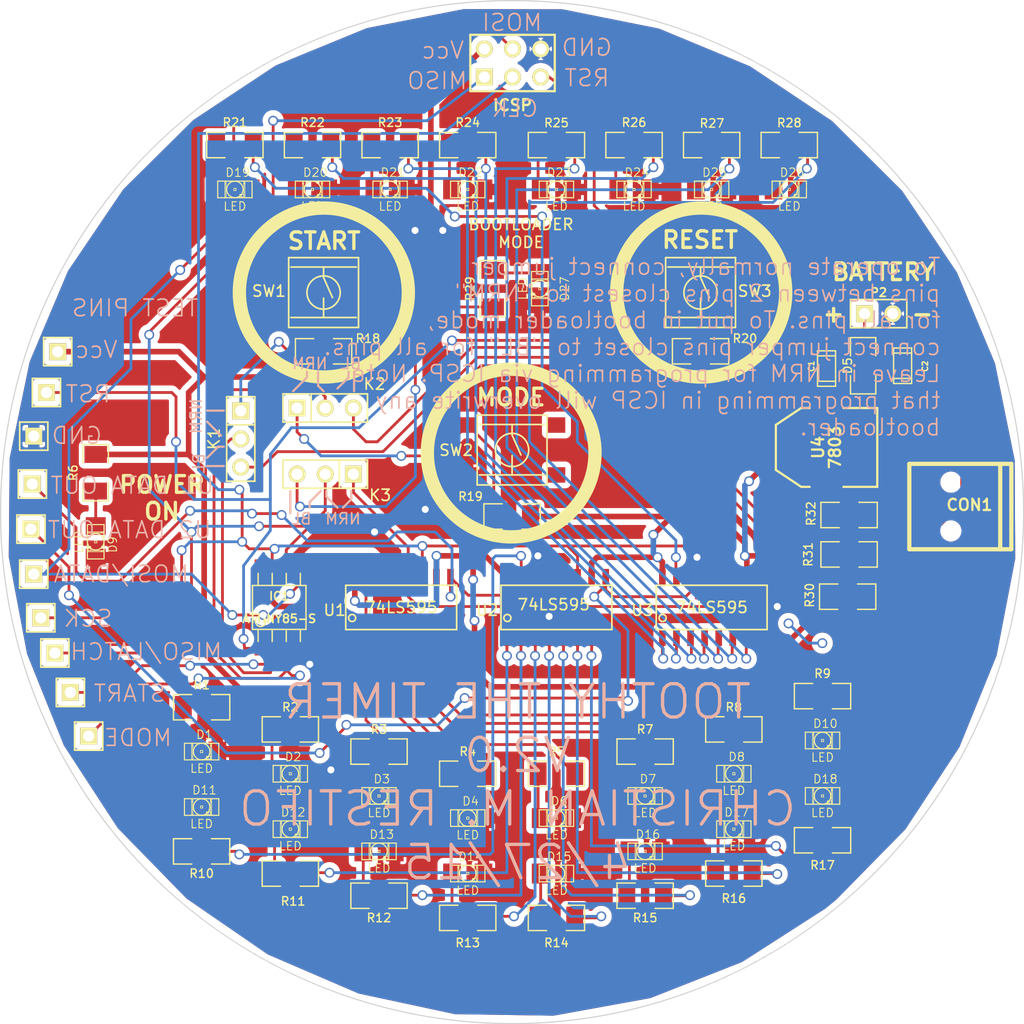
<source format=kicad_pcb>
(kicad_pcb (version 3) (host pcbnew "(2013-07-07 BZR 4022)-stable")
  (layers (15 F.Cu signal) (0 B.Cu signal) (18 B.Paste user) (19 F.Paste user) (20 B.SilkS user) (21 F.SilkS user) (22 B.Mask user) (23 F.Mask user) (28 Edge.Cuts user))
  (net 0 "")
  (net 1 /MISO/LATCH)
  (net 2 "/MISO/LATCH JUMPER")
  (net 3 /MODE)
  (net 4 /MODE_JUMPER)
  (net 5 /MOSI/DATA)
  (net 6 /RST)
  (net 7 /SCK)
  (net 8 /START)
  (net 9 /START_JUMPER)
  (net 10 /U1_DATA_OUT)
  (net 11 /U2_DATA_OUT)
  (net 12 GND)
  (net 13 N-0000010)
  (net 14 N-0000017)
  (net 15 N-0000019)
  (net 16 N-0000024)
  (net 17 N-0000025)
  (net 18 N-0000026)
  (net 19 N-0000027)
  (net 20 N-0000028)
  (net 21 N-0000029)
  (net 22 N-0000030)
  (net 23 N-0000031)
  (net 24 N-0000032)
  (net 25 N-0000033)
  (net 26 N-0000034)
  (net 27 N-0000035)
  (net 28 N-0000036)
  (net 29 N-0000037)
  (net 30 N-0000038)
  (net 31 N-0000039)
  (net 32 N-0000040)
  (net 33 N-0000041)
  (net 34 N-0000042)
  (net 35 N-0000043)
  (net 36 N-0000044)
  (net 37 N-0000046)
  (net 38 N-0000047)
  (net 39 N-0000048)
  (net 40 N-0000049)
  (net 41 N-0000050)
  (net 42 N-0000055)
  (net 43 N-0000056)
  (net 44 N-0000057)
  (net 45 N-0000058)
  (net 46 N-0000059)
  (net 47 N-000006)
  (net 48 N-0000060)
  (net 49 N-0000061)
  (net 50 N-0000062)
  (net 51 N-0000066)
  (net 52 N-0000067)
  (net 53 N-0000068)
  (net 54 N-0000069)
  (net 55 N-0000070)
  (net 56 N-0000071)
  (net 57 N-0000072)
  (net 58 N-0000073)
  (net 59 N-0000074)
  (net 60 N-0000075)
  (net 61 N-0000076)
  (net 62 N-0000077)
  (net 63 N-0000078)
  (net 64 N-0000079)
  (net 65 N-000008)
  (net 66 N-0000080)
  (net 67 N-0000081)
  (net 68 N-0000082)
  (net 69 N-000009)
  (net 70 VCC)
  (module USB_MINI_B (layer F.Cu) (at 241.427 104.902 180)
    (fp_text reference CON1 (at -0.823 0.152 180) (layer F.SilkS) (effects (font (size 1.016 1.016) (thickness 0.2032))))
    (fp_text value USB-MINI-B hide)
    (pad 1 smd rect (at 3.44932 -1.6002 180) (size 2.30124 0.50038) (layers F.Cu F.Paste F.Mask) (net 20 N-0000028))
    (pad 2 smd rect (at 3.44932 -0.8001 180) (size 2.30124 0.50038) (layers F.Cu F.Paste F.Mask) (net 65 N-000008))
    (pad 3 smd rect (at 3.44932 0 180) (size 2.30124 0.50038) (layers F.Cu F.Paste F.Mask) (net 21 N-0000029))
    (pad 4 smd rect (at 3.44932 0.8001 180) (size 2.30124 0.50038) (layers F.Cu F.Paste F.Mask))
    (pad 5 smd rect (at 3.44932 1.6002 180) (size 2.30124 0.50038) (layers F.Cu F.Paste F.Mask) (net 12 GND))
    (pad 6 smd rect (at 3.35026 -4.45008 180) (size 2.49936 1.99898) (layers F.Cu F.Paste F.Mask))
    (pad 7 smd rect (at -2.14884 -4.45008 180) (size 2.49936 1.99898) (layers F.Cu F.Paste F.Mask))
    (pad 8 smd rect (at 3.35026 4.45008 180) (size 2.49936 1.99898) (layers F.Cu F.Paste F.Mask))
    (pad 9 smd rect (at -2.14884 4.45008 180) (size 2.49936 1.99898) (layers F.Cu F.Paste F.Mask))
    (pad "" np_thru_hole circle (at 0.8509 -2.19964 180) (size 0.89916 0.89916) (drill 0.89916) (layers *.Cu *.Mask F.SilkS))
    (pad "" np_thru_hole circle (at 0.8509 2.19964 180) (size 0.89916 0.89916) (drill 0.89916) (layers *.Cu *.Mask F.SilkS))
  )
  (module SOT223 (layer F.Cu) (at 229.362 99.568 90)
    (fp_text reference U4 (at 0 -0.762 90) (layer F.SilkS) (effects (font (size 1.016 1.016) (thickness 0.2032))))
    (fp_text value 7803 (at 0 0.762 90) (layer F.SilkS) (effects (font (size 1.016 1.016) (thickness 0.2032))))
    (pad 4 smd rect (at 0 -3.302 90) (size 3.6576 2.032) (layers F.Cu F.Paste F.Mask))
    (pad 2 smd rect (at 0 3.302 90) (size 1.016 2.032) (layers F.Cu F.Paste F.Mask))
    (pad 3 smd rect (at 2.286 3.302 90) (size 1.016 2.032) (layers F.Cu F.Paste F.Mask))
    (pad 1 smd rect (at -2.286 3.302 90) (size 1.016 2.032) (layers F.Cu F.Paste F.Mask))
  )
  (module SM1206 (layer F.Cu) (at 212 72.3 180)
    (fp_text reference R26 (at 0 2.032 180) (layer F.SilkS) (effects (font (size 0.762 0.762) (thickness 0.127))))
    (fp_text value 220 hide)
    (pad 1 smd rect (at -1.651 0 180) (size 1.524 2.032) (layers F.Cu F.Paste F.Mask) (net 30 N-0000038))
    (pad 2 smd rect (at 1.651 0 180) (size 1.524 2.032) (layers F.Cu F.Paste F.Mask) (net 53 N-0000068))
  )
  (module SM1206 (layer F.Cu) (at 181 138 180)
    (fp_text reference R11 (at -0.25 -2.5 180) (layer F.SilkS) (effects (font (size 0.762 0.762) (thickness 0.127))))
    (fp_text value 220 hide)
    (pad 1 smd rect (at -1.651 0 180) (size 1.524 2.032) (layers F.Cu F.Paste F.Mask) (net 38 N-0000047))
    (pad 2 smd rect (at 1.651 0 180) (size 1.524 2.032) (layers F.Cu F.Paste F.Mask) (net 61 N-0000076))
  )
  (module SM1206 (layer F.Cu) (at 189 140 180)
    (fp_text reference R12 (at 0 -2 180) (layer F.SilkS) (effects (font (size 0.762 0.762) (thickness 0.127))))
    (fp_text value 220 hide)
    (pad 1 smd rect (at -1.651 0 180) (size 1.524 2.032) (layers F.Cu F.Paste F.Mask) (net 39 N-0000048))
    (pad 2 smd rect (at 1.651 0 180) (size 1.524 2.032) (layers F.Cu F.Paste F.Mask) (net 60 N-0000075))
  )
  (module SM1206 (layer F.Cu) (at 197 142 180)
    (fp_text reference R13 (at 0 -2.25 180) (layer F.SilkS) (effects (font (size 0.762 0.762) (thickness 0.127))))
    (fp_text value 220 hide)
    (pad 1 smd rect (at -1.651 0 180) (size 1.524 2.032) (layers F.Cu F.Paste F.Mask) (net 40 N-0000049))
    (pad 2 smd rect (at 1.651 0 180) (size 1.524 2.032) (layers F.Cu F.Paste F.Mask) (net 59 N-0000074))
  )
  (module SM1206 (layer F.Cu) (at 205 142 180)
    (fp_text reference R14 (at 0 -2.25 180) (layer F.SilkS) (effects (font (size 0.762 0.762) (thickness 0.127))))
    (fp_text value 220 hide)
    (pad 1 smd rect (at -1.651 0 180) (size 1.524 2.032) (layers F.Cu F.Paste F.Mask) (net 41 N-0000050))
    (pad 2 smd rect (at 1.651 0 180) (size 1.524 2.032) (layers F.Cu F.Paste F.Mask) (net 68 N-0000082))
  )
  (module SM1206 (layer F.Cu) (at 213 140 180)
    (fp_text reference R15 (at 0 -2 180) (layer F.SilkS) (effects (font (size 0.762 0.762) (thickness 0.127))))
    (fp_text value 220 hide)
    (pad 1 smd rect (at -1.651 0 180) (size 1.524 2.032) (layers F.Cu F.Paste F.Mask) (net 22 N-0000030))
    (pad 2 smd rect (at 1.651 0 180) (size 1.524 2.032) (layers F.Cu F.Paste F.Mask) (net 67 N-0000081))
  )
  (module SM1206 (layer F.Cu) (at 221 138 180)
    (fp_text reference R16 (at 0 -2.25 180) (layer F.SilkS) (effects (font (size 0.762 0.762) (thickness 0.127))))
    (fp_text value 220 hide)
    (pad 1 smd rect (at -1.651 0 180) (size 1.524 2.032) (layers F.Cu F.Paste F.Mask) (net 23 N-0000031))
    (pad 2 smd rect (at 1.651 0 180) (size 1.524 2.032) (layers F.Cu F.Paste F.Mask) (net 66 N-0000080))
  )
  (module SM1206 (layer F.Cu) (at 176 72.3 180)
    (fp_text reference R21 (at 0 2.032 180) (layer F.SilkS) (effects (font (size 0.762 0.762) (thickness 0.127))))
    (fp_text value 220 hide)
    (pad 1 smd rect (at -1.651 0 180) (size 1.524 2.032) (layers F.Cu F.Paste F.Mask) (net 25 N-0000033))
    (pad 2 smd rect (at 1.651 0 180) (size 1.524 2.032) (layers F.Cu F.Paste F.Mask) (net 58 N-0000073))
  )
  (module SM1206 (layer F.Cu) (at 183 72.3 180)
    (fp_text reference R22 (at 0 2.032 180) (layer F.SilkS) (effects (font (size 0.762 0.762) (thickness 0.127))))
    (fp_text value 220 hide)
    (pad 1 smd rect (at -1.651 0 180) (size 1.524 2.032) (layers F.Cu F.Paste F.Mask) (net 26 N-0000034))
    (pad 2 smd rect (at 1.651 0 180) (size 1.524 2.032) (layers F.Cu F.Paste F.Mask) (net 57 N-0000072))
  )
  (module SM1206 (layer F.Cu) (at 190 72.3 180)
    (fp_text reference R23 (at 0 2.032 180) (layer F.SilkS) (effects (font (size 0.762 0.762) (thickness 0.127))))
    (fp_text value 220 hide)
    (pad 1 smd rect (at -1.651 0 180) (size 1.524 2.032) (layers F.Cu F.Paste F.Mask) (net 27 N-0000035))
    (pad 2 smd rect (at 1.651 0 180) (size 1.524 2.032) (layers F.Cu F.Paste F.Mask) (net 56 N-0000071))
  )
  (module SM1206 (layer F.Cu) (at 197 72.3 180)
    (fp_text reference R24 (at 0 2.032 180) (layer F.SilkS) (effects (font (size 0.762 0.762) (thickness 0.127))))
    (fp_text value 220 hide)
    (pad 1 smd rect (at -1.651 0 180) (size 1.524 2.032) (layers F.Cu F.Paste F.Mask) (net 28 N-0000036))
    (pad 2 smd rect (at 1.651 0 180) (size 1.524 2.032) (layers F.Cu F.Paste F.Mask) (net 55 N-0000070))
  )
  (module SM1206 (layer F.Cu) (at 205 72.3 180)
    (fp_text reference R25 (at 0 2 180) (layer F.SilkS) (effects (font (size 0.762 0.762) (thickness 0.127))))
    (fp_text value 220 hide)
    (pad 1 smd rect (at -1.651 0 180) (size 1.524 2.032) (layers F.Cu F.Paste F.Mask) (net 29 N-0000037))
    (pad 2 smd rect (at 1.651 0 180) (size 1.524 2.032) (layers F.Cu F.Paste F.Mask) (net 54 N-0000069))
  )
  (module SM1206 (layer F.Cu) (at 229 135 180)
    (fp_text reference R17 (at 0 -2.25 180) (layer F.SilkS) (effects (font (size 0.762 0.762) (thickness 0.127))))
    (fp_text value 220 hide)
    (pad 1 smd rect (at -1.651 0 180) (size 1.524 2.032) (layers F.Cu F.Paste F.Mask) (net 24 N-0000032))
    (pad 2 smd rect (at 1.651 0 180) (size 1.524 2.032) (layers F.Cu F.Paste F.Mask) (net 64 N-0000079))
  )
  (module SM1206 (layer F.Cu) (at 219 72.3 180)
    (fp_text reference R27 (at -0.032 1.962 180) (layer F.SilkS) (effects (font (size 0.762 0.762) (thickness 0.127))))
    (fp_text value 220 hide)
    (pad 1 smd rect (at -1.651 0 180) (size 1.524 2.032) (layers F.Cu F.Paste F.Mask) (net 31 N-0000039))
    (pad 2 smd rect (at 1.651 0 180) (size 1.524 2.032) (layers F.Cu F.Paste F.Mask) (net 52 N-0000067))
  )
  (module SM1206 (layer F.Cu) (at 226 72.3 180)
    (fp_text reference R28 (at 0 2 180) (layer F.SilkS) (effects (font (size 0.762 0.762) (thickness 0.127))))
    (fp_text value 220 hide)
    (pad 1 smd rect (at -1.651 0 180) (size 1.524 2.032) (layers F.Cu F.Paste F.Mask) (net 32 N-0000040))
    (pad 2 smd rect (at 1.651 0 180) (size 1.524 2.032) (layers F.Cu F.Paste F.Mask) (net 51 N-0000066))
  )
  (module SM1206 (layer F.Cu) (at 218 90.9 180)
    (fp_text reference R20 (at -4 1.15 180) (layer F.SilkS) (effects (font (size 0.762 0.762) (thickness 0.127))))
    (fp_text value 10k hide)
    (pad 1 smd rect (at -1.651 0 180) (size 1.524 2.032) (layers F.Cu F.Paste F.Mask) (net 70 VCC))
    (pad 2 smd rect (at 1.651 0 180) (size 1.524 2.032) (layers F.Cu F.Paste F.Mask) (net 6 /RST))
  )
  (module SM1206 (layer F.Cu) (at 201 105.8 180)
    (fp_text reference R19 (at 3.75 1.8 180) (layer F.SilkS) (effects (font (size 0.762 0.762) (thickness 0.127))))
    (fp_text value 10k hide)
    (pad 1 smd rect (at -1.651 0 180) (size 1.524 2.032) (layers F.Cu F.Paste F.Mask) (net 70 VCC))
    (pad 2 smd rect (at 1.651 0 180) (size 1.524 2.032) (layers F.Cu F.Paste F.Mask) (net 4 /MODE_JUMPER))
  )
  (module SM1206 (layer F.Cu) (at 184 90.9 180)
    (fp_text reference R18 (at -4 1.15 180) (layer F.SilkS) (effects (font (size 0.762 0.762) (thickness 0.127))))
    (fp_text value 10k hide)
    (pad 1 smd rect (at -1.651 0 180) (size 1.524 2.032) (layers F.Cu F.Paste F.Mask) (net 70 VCC))
    (pad 2 smd rect (at 1.651 0 180) (size 1.524 2.032) (layers F.Cu F.Paste F.Mask) (net 9 /START_JUMPER))
  )
  (module SM1206 (layer F.Cu) (at 173 136 180)
    (fp_text reference R10 (at 0 -2 180) (layer F.SilkS) (effects (font (size 0.762 0.762) (thickness 0.127))))
    (fp_text value 220 hide)
    (pad 1 smd rect (at -1.651 0 180) (size 1.524 2.032) (layers F.Cu F.Paste F.Mask) (net 37 N-0000046))
    (pad 2 smd rect (at 1.651 0 180) (size 1.524 2.032) (layers F.Cu F.Paste F.Mask) (net 62 N-0000077))
  )
  (module SM1206 (layer F.Cu) (at 173 123 180)
    (fp_text reference R1 (at 0 2 180) (layer F.SilkS) (effects (font (size 0.762 0.762) (thickness 0.127))))
    (fp_text value 220 hide)
    (pad 1 smd rect (at -1.651 0 180) (size 1.524 2.032) (layers F.Cu F.Paste F.Mask) (net 16 N-0000024))
    (pad 2 smd rect (at 1.651 0 180) (size 1.524 2.032) (layers F.Cu F.Paste F.Mask) (net 42 N-0000055))
  )
  (module SM1206 (layer F.Cu) (at 181 125 180)
    (fp_text reference R2 (at 0 2 180) (layer F.SilkS) (effects (font (size 0.762 0.762) (thickness 0.127))))
    (fp_text value 220 hide)
    (pad 1 smd rect (at -1.651 0 180) (size 1.524 2.032) (layers F.Cu F.Paste F.Mask) (net 17 N-0000025))
    (pad 2 smd rect (at 1.651 0 180) (size 1.524 2.032) (layers F.Cu F.Paste F.Mask) (net 50 N-0000062))
  )
  (module SM1206 (layer F.Cu) (at 189 127 180)
    (fp_text reference R3 (at 0 2 180) (layer F.SilkS) (effects (font (size 0.762 0.762) (thickness 0.127))))
    (fp_text value 220 hide)
    (pad 1 smd rect (at -1.651 0 180) (size 1.524 2.032) (layers F.Cu F.Paste F.Mask) (net 18 N-0000026))
    (pad 2 smd rect (at 1.651 0 180) (size 1.524 2.032) (layers F.Cu F.Paste F.Mask) (net 49 N-0000061))
  )
  (module SM1206 (layer F.Cu) (at 197 129 180)
    (fp_text reference R4 (at 0 2 180) (layer F.SilkS) (effects (font (size 0.762 0.762) (thickness 0.127))))
    (fp_text value 220 hide)
    (pad 1 smd rect (at -1.651 0 180) (size 1.524 2.032) (layers F.Cu F.Paste F.Mask) (net 19 N-0000027))
    (pad 2 smd rect (at 1.651 0 180) (size 1.524 2.032) (layers F.Cu F.Paste F.Mask) (net 48 N-0000060))
  )
  (module SM1206 (layer F.Cu) (at 205 129 180)
    (fp_text reference R5 (at 0 2 180) (layer F.SilkS) (effects (font (size 0.762 0.762) (thickness 0.127))))
    (fp_text value 220 hide)
    (pad 1 smd rect (at -1.651 0 180) (size 1.524 2.032) (layers F.Cu F.Paste F.Mask) (net 33 N-0000041))
    (pad 2 smd rect (at 1.651 0 180) (size 1.524 2.032) (layers F.Cu F.Paste F.Mask) (net 46 N-0000059))
  )
  (module SM1206 (layer F.Cu) (at 213 127 180)
    (fp_text reference R7 (at 0 2 180) (layer F.SilkS) (effects (font (size 0.762 0.762) (thickness 0.127))))
    (fp_text value 220 hide)
    (pad 1 smd rect (at -1.651 0 180) (size 1.524 2.032) (layers F.Cu F.Paste F.Mask) (net 34 N-0000042))
    (pad 2 smd rect (at 1.651 0 180) (size 1.524 2.032) (layers F.Cu F.Paste F.Mask) (net 45 N-0000058))
  )
  (module SM1206 (layer F.Cu) (at 221 125 180)
    (fp_text reference R8 (at 0 2 180) (layer F.SilkS) (effects (font (size 0.762 0.762) (thickness 0.127))))
    (fp_text value 220 hide)
    (pad 1 smd rect (at -1.651 0 180) (size 1.524 2.032) (layers F.Cu F.Paste F.Mask) (net 35 N-0000043))
    (pad 2 smd rect (at 1.651 0 180) (size 1.524 2.032) (layers F.Cu F.Paste F.Mask) (net 44 N-0000057))
  )
  (module SM1206 (layer F.Cu) (at 229 122 180)
    (fp_text reference R9 (at 0 2.032 180) (layer F.SilkS) (effects (font (size 0.762 0.762) (thickness 0.127))))
    (fp_text value 220 hide)
    (pad 1 smd rect (at -1.651 0 180) (size 1.524 2.032) (layers F.Cu F.Paste F.Mask) (net 36 N-0000044))
    (pad 2 smd rect (at 1.651 0 180) (size 1.524 2.032) (layers F.Cu F.Paste F.Mask) (net 43 N-0000056))
  )
  (module SM1206 (layer F.Cu) (at 163.449 101.854 270)
    (fp_text reference R6 (at 0 2.032 270) (layer F.SilkS) (effects (font (size 0.762 0.762) (thickness 0.127))))
    (fp_text value 220 hide)
    (pad 1 smd rect (at -1.651 0 270) (size 1.524 2.032) (layers F.Cu F.Paste F.Mask) (net 70 VCC))
    (pad 2 smd rect (at 1.651 0 270) (size 1.524 2.032) (layers F.Cu F.Paste F.Mask) (net 63 N-0000078))
  )
  (module SM1206 (layer F.Cu) (at 232.664 92.202 270)
    (fp_text reference D5 (at 0 1.397 270) (layer F.SilkS) (effects (font (size 0.762 0.762) (thickness 0.127))))
    (fp_text value DIODE hide)
    (pad 1 smd rect (at -1.651 0 270) (size 1.524 2.032) (layers F.Cu F.Paste F.Mask) (net 13 N-0000010))
    (pad 2 smd rect (at 1.651 0 270) (size 1.524 2.032) (layers F.Cu F.Paste F.Mask) (net 20 N-0000028))
  )
  (module pin_array_3x2 (layer F.Cu) (at 201.041 64.897)
    (fp_text reference P1 hide)
    (fp_text value ICSP (at 0 3.81) (layer F.SilkS) (effects (font (size 1.016 1.016) (thickness 0.2032))))
    (pad 1 thru_hole rect (at -2.54 1.27) (size 1.524 1.524) (drill 1.016) (layers *.Cu *.Mask F.SilkS) (net 1 /MISO/LATCH))
    (pad 2 thru_hole circle (at -2.54 -1.27) (size 1.524 1.524) (drill 1.016) (layers *.Cu *.Mask F.SilkS) (net 70 VCC))
    (pad 3 thru_hole circle (at 0 1.27) (size 1.524 1.524) (drill 1.016) (layers *.Cu *.Mask F.SilkS) (net 7 /SCK))
    (pad 4 thru_hole circle (at 0 -1.27) (size 1.524 1.524) (drill 1.016) (layers *.Cu *.Mask F.SilkS) (net 5 /MOSI/DATA))
    (pad 5 thru_hole circle (at 2.54 1.27) (size 1.524 1.524) (drill 1.016) (layers *.Cu *.Mask F.SilkS) (net 6 /RST))
    (pad 6 thru_hole circle (at 2.54 -1.27) (size 1.524 1.524) (drill 1.016) (layers *.Cu *.Mask F.SilkS) (net 12 GND))
  )
  (module LED-1206 (layer F.Cu) (at 181 134)
    (fp_text reference D12 (at 0.254 -1.524) (layer F.SilkS) (effects (font (size 0.762 0.762) (thickness 0.0889))))
    (fp_text value LED (at 0 1.524) (layer F.SilkS) (effects (font (size 0.762 0.762) (thickness 0.0889))))
    (pad 1 smd rect (at -1.41986 0) (size 1.59766 1.80086) (layers F.Cu F.Paste F.Mask) (net 61 N-0000076))
    (pad 2 smd rect (at 1.41986 0) (size 1.59766 1.80086) (layers F.Cu F.Paste F.Mask) (net 12 GND))
  )
  (module LED-1206 (layer F.Cu) (at 163.449 108.077 270)
    (fp_text reference D9 (at 0.254 -1.524 270) (layer F.SilkS) (effects (font (size 0.762 0.762) (thickness 0.0889))))
    (fp_text value LED (at 0 1.524 270) (layer F.SilkS) (effects (font (size 0.762 0.762) (thickness 0.0889))))
    (pad 1 smd rect (at -1.41986 0 270) (size 1.59766 1.80086) (layers F.Cu F.Paste F.Mask) (net 63 N-0000078))
    (pad 2 smd rect (at 1.41986 0 270) (size 1.59766 1.80086) (layers F.Cu F.Paste F.Mask) (net 12 GND))
  )
  (module LED-1206 (layer F.Cu) (at 229 126)
    (fp_text reference D10 (at 0.254 -1.524) (layer F.SilkS) (effects (font (size 0.762 0.762) (thickness 0.0889))))
    (fp_text value LED (at 0 1.524) (layer F.SilkS) (effects (font (size 0.762 0.762) (thickness 0.0889))))
    (pad 1 smd rect (at -1.41986 0) (size 1.59766 1.80086) (layers F.Cu F.Paste F.Mask) (net 43 N-0000056))
    (pad 2 smd rect (at 1.41986 0) (size 1.59766 1.80086) (layers F.Cu F.Paste F.Mask) (net 12 GND))
  )
  (module LED-1206 (layer F.Cu) (at 226 76.3)
    (fp_text reference D26 (at 0.254 -1.524) (layer F.SilkS) (effects (font (size 0.762 0.762) (thickness 0.0889))))
    (fp_text value LED (at 0 1.524) (layer F.SilkS) (effects (font (size 0.762 0.762) (thickness 0.0889))))
    (pad 1 smd rect (at -1.41986 0) (size 1.59766 1.80086) (layers F.Cu F.Paste F.Mask) (net 51 N-0000066))
    (pad 2 smd rect (at 1.41986 0) (size 1.59766 1.80086) (layers F.Cu F.Paste F.Mask) (net 12 GND))
  )
  (module LED-1206 (layer F.Cu) (at 219 76.3)
    (fp_text reference D25 (at 0.254 -1.524) (layer F.SilkS) (effects (font (size 0.762 0.762) (thickness 0.0889))))
    (fp_text value LED (at 0 1.524) (layer F.SilkS) (effects (font (size 0.762 0.762) (thickness 0.0889))))
    (pad 1 smd rect (at -1.41986 0) (size 1.59766 1.80086) (layers F.Cu F.Paste F.Mask) (net 52 N-0000067))
    (pad 2 smd rect (at 1.41986 0) (size 1.59766 1.80086) (layers F.Cu F.Paste F.Mask) (net 12 GND))
  )
  (module LED-1206 (layer F.Cu) (at 212 76.3)
    (fp_text reference D24 (at 0.254 -1.524) (layer F.SilkS) (effects (font (size 0.762 0.762) (thickness 0.0889))))
    (fp_text value LED (at 0 1.524) (layer F.SilkS) (effects (font (size 0.762 0.762) (thickness 0.0889))))
    (pad 1 smd rect (at -1.41986 0) (size 1.59766 1.80086) (layers F.Cu F.Paste F.Mask) (net 53 N-0000068))
    (pad 2 smd rect (at 1.41986 0) (size 1.59766 1.80086) (layers F.Cu F.Paste F.Mask) (net 12 GND))
  )
  (module LED-1206 (layer F.Cu) (at 205 76.3)
    (fp_text reference D23 (at 0.254 -1.524) (layer F.SilkS) (effects (font (size 0.762 0.762) (thickness 0.0889))))
    (fp_text value LED (at 0 1.524) (layer F.SilkS) (effects (font (size 0.762 0.762) (thickness 0.0889))))
    (pad 1 smd rect (at -1.41986 0) (size 1.59766 1.80086) (layers F.Cu F.Paste F.Mask) (net 54 N-0000069))
    (pad 2 smd rect (at 1.41986 0) (size 1.59766 1.80086) (layers F.Cu F.Paste F.Mask) (net 12 GND))
  )
  (module LED-1206 (layer F.Cu) (at 197 76.3)
    (fp_text reference D22 (at 0.254 -1.524) (layer F.SilkS) (effects (font (size 0.762 0.762) (thickness 0.0889))))
    (fp_text value LED (at 0 1.524) (layer F.SilkS) (effects (font (size 0.762 0.762) (thickness 0.0889))))
    (pad 1 smd rect (at -1.41986 0) (size 1.59766 1.80086) (layers F.Cu F.Paste F.Mask) (net 55 N-0000070))
    (pad 2 smd rect (at 1.41986 0) (size 1.59766 1.80086) (layers F.Cu F.Paste F.Mask) (net 12 GND))
  )
  (module LED-1206 (layer F.Cu) (at 190 76.3)
    (fp_text reference D21 (at 0.254 -1.524) (layer F.SilkS) (effects (font (size 0.762 0.762) (thickness 0.0889))))
    (fp_text value LED (at 0 1.524) (layer F.SilkS) (effects (font (size 0.762 0.762) (thickness 0.0889))))
    (pad 1 smd rect (at -1.41986 0) (size 1.59766 1.80086) (layers F.Cu F.Paste F.Mask) (net 56 N-0000071))
    (pad 2 smd rect (at 1.41986 0) (size 1.59766 1.80086) (layers F.Cu F.Paste F.Mask) (net 12 GND))
  )
  (module LED-1206 (layer F.Cu) (at 183 76.3)
    (fp_text reference D20 (at 0.254 -1.524) (layer F.SilkS) (effects (font (size 0.762 0.762) (thickness 0.0889))))
    (fp_text value LED (at 0 1.524) (layer F.SilkS) (effects (font (size 0.762 0.762) (thickness 0.0889))))
    (pad 1 smd rect (at -1.41986 0) (size 1.59766 1.80086) (layers F.Cu F.Paste F.Mask) (net 57 N-0000072))
    (pad 2 smd rect (at 1.41986 0) (size 1.59766 1.80086) (layers F.Cu F.Paste F.Mask) (net 12 GND))
  )
  (module LED-1206 (layer F.Cu) (at 176 76.3)
    (fp_text reference D19 (at 0.254 -1.524) (layer F.SilkS) (effects (font (size 0.762 0.762) (thickness 0.0889))))
    (fp_text value LED (at 0 1.524) (layer F.SilkS) (effects (font (size 0.762 0.762) (thickness 0.0889))))
    (pad 1 smd rect (at -1.41986 0) (size 1.59766 1.80086) (layers F.Cu F.Paste F.Mask) (net 58 N-0000073))
    (pad 2 smd rect (at 1.41986 0) (size 1.59766 1.80086) (layers F.Cu F.Paste F.Mask) (net 12 GND))
  )
  (module LED-1206 (layer F.Cu) (at 221 129)
    (fp_text reference D8 (at 0.254 -1.524) (layer F.SilkS) (effects (font (size 0.762 0.762) (thickness 0.0889))))
    (fp_text value LED (at 0 1.524) (layer F.SilkS) (effects (font (size 0.762 0.762) (thickness 0.0889))))
    (pad 1 smd rect (at -1.41986 0) (size 1.59766 1.80086) (layers F.Cu F.Paste F.Mask) (net 44 N-0000057))
    (pad 2 smd rect (at 1.41986 0) (size 1.59766 1.80086) (layers F.Cu F.Paste F.Mask) (net 12 GND))
  )
  (module LED-1206 (layer F.Cu) (at 213 131)
    (fp_text reference D7 (at 0.254 -1.524) (layer F.SilkS) (effects (font (size 0.762 0.762) (thickness 0.0889))))
    (fp_text value LED (at 0 1.524) (layer F.SilkS) (effects (font (size 0.762 0.762) (thickness 0.0889))))
    (pad 1 smd rect (at -1.41986 0) (size 1.59766 1.80086) (layers F.Cu F.Paste F.Mask) (net 45 N-0000058))
    (pad 2 smd rect (at 1.41986 0) (size 1.59766 1.80086) (layers F.Cu F.Paste F.Mask) (net 12 GND))
  )
  (module LED-1206 (layer F.Cu) (at 205 133)
    (fp_text reference D6 (at 0.254 -1.524) (layer F.SilkS) (effects (font (size 0.762 0.762) (thickness 0.0889))))
    (fp_text value LED (at 0 1.524) (layer F.SilkS) (effects (font (size 0.762 0.762) (thickness 0.0889))))
    (pad 1 smd rect (at -1.41986 0) (size 1.59766 1.80086) (layers F.Cu F.Paste F.Mask) (net 46 N-0000059))
    (pad 2 smd rect (at 1.41986 0) (size 1.59766 1.80086) (layers F.Cu F.Paste F.Mask) (net 12 GND))
  )
  (module LED-1206 (layer F.Cu) (at 173 132)
    (fp_text reference D11 (at 0.254 -1.524) (layer F.SilkS) (effects (font (size 0.762 0.762) (thickness 0.0889))))
    (fp_text value LED (at 0 1.524) (layer F.SilkS) (effects (font (size 0.762 0.762) (thickness 0.0889))))
    (pad 1 smd rect (at -1.41986 0) (size 1.59766 1.80086) (layers F.Cu F.Paste F.Mask) (net 62 N-0000077))
    (pad 2 smd rect (at 1.41986 0) (size 1.59766 1.80086) (layers F.Cu F.Paste F.Mask) (net 12 GND))
  )
  (module LED-1206 (layer F.Cu) (at 173 127)
    (fp_text reference D1 (at 0.254 -1.524) (layer F.SilkS) (effects (font (size 0.762 0.762) (thickness 0.0889))))
    (fp_text value LED (at 0 1.524) (layer F.SilkS) (effects (font (size 0.762 0.762) (thickness 0.0889))))
    (pad 1 smd rect (at -1.41986 0) (size 1.59766 1.80086) (layers F.Cu F.Paste F.Mask) (net 42 N-0000055))
    (pad 2 smd rect (at 1.41986 0) (size 1.59766 1.80086) (layers F.Cu F.Paste F.Mask) (net 12 GND))
  )
  (module LED-1206 (layer F.Cu) (at 181 129)
    (fp_text reference D2 (at 0.254 -1.524) (layer F.SilkS) (effects (font (size 0.762 0.762) (thickness 0.0889))))
    (fp_text value LED (at 0 1.524) (layer F.SilkS) (effects (font (size 0.762 0.762) (thickness 0.0889))))
    (pad 1 smd rect (at -1.41986 0) (size 1.59766 1.80086) (layers F.Cu F.Paste F.Mask) (net 50 N-0000062))
    (pad 2 smd rect (at 1.41986 0) (size 1.59766 1.80086) (layers F.Cu F.Paste F.Mask) (net 12 GND))
  )
  (module LED-1206 (layer F.Cu) (at 189 131)
    (fp_text reference D3 (at 0.254 -1.524) (layer F.SilkS) (effects (font (size 0.762 0.762) (thickness 0.0889))))
    (fp_text value LED (at 0 1.524) (layer F.SilkS) (effects (font (size 0.762 0.762) (thickness 0.0889))))
    (pad 1 smd rect (at -1.41986 0) (size 1.59766 1.80086) (layers F.Cu F.Paste F.Mask) (net 49 N-0000061))
    (pad 2 smd rect (at 1.41986 0) (size 1.59766 1.80086) (layers F.Cu F.Paste F.Mask) (net 12 GND))
  )
  (module LED-1206 (layer F.Cu) (at 197 133)
    (fp_text reference D4 (at 0.254 -1.524) (layer F.SilkS) (effects (font (size 0.762 0.762) (thickness 0.0889))))
    (fp_text value LED (at 0 1.524) (layer F.SilkS) (effects (font (size 0.762 0.762) (thickness 0.0889))))
    (pad 1 smd rect (at -1.41986 0) (size 1.59766 1.80086) (layers F.Cu F.Paste F.Mask) (net 48 N-0000060))
    (pad 2 smd rect (at 1.41986 0) (size 1.59766 1.80086) (layers F.Cu F.Paste F.Mask) (net 12 GND))
  )
  (module LED-1206 (layer F.Cu) (at 229 131)
    (fp_text reference D18 (at 0.254 -1.524) (layer F.SilkS) (effects (font (size 0.762 0.762) (thickness 0.0889))))
    (fp_text value LED (at 0 1.524) (layer F.SilkS) (effects (font (size 0.762 0.762) (thickness 0.0889))))
    (pad 1 smd rect (at -1.41986 0) (size 1.59766 1.80086) (layers F.Cu F.Paste F.Mask) (net 64 N-0000079))
    (pad 2 smd rect (at 1.41986 0) (size 1.59766 1.80086) (layers F.Cu F.Paste F.Mask) (net 12 GND))
  )
  (module LED-1206 (layer F.Cu) (at 221 134)
    (fp_text reference D17 (at 0.254 -1.524) (layer F.SilkS) (effects (font (size 0.762 0.762) (thickness 0.0889))))
    (fp_text value LED (at 0 1.524) (layer F.SilkS) (effects (font (size 0.762 0.762) (thickness 0.0889))))
    (pad 1 smd rect (at -1.41986 0) (size 1.59766 1.80086) (layers F.Cu F.Paste F.Mask) (net 66 N-0000080))
    (pad 2 smd rect (at 1.41986 0) (size 1.59766 1.80086) (layers F.Cu F.Paste F.Mask) (net 12 GND))
  )
  (module LED-1206 (layer F.Cu) (at 213 136)
    (fp_text reference D16 (at 0.254 -1.524) (layer F.SilkS) (effects (font (size 0.762 0.762) (thickness 0.0889))))
    (fp_text value LED (at 0 1.524) (layer F.SilkS) (effects (font (size 0.762 0.762) (thickness 0.0889))))
    (pad 1 smd rect (at -1.41986 0) (size 1.59766 1.80086) (layers F.Cu F.Paste F.Mask) (net 67 N-0000081))
    (pad 2 smd rect (at 1.41986 0) (size 1.59766 1.80086) (layers F.Cu F.Paste F.Mask) (net 12 GND))
  )
  (module LED-1206 (layer F.Cu) (at 205 138)
    (fp_text reference D15 (at 0.254 -1.524) (layer F.SilkS) (effects (font (size 0.762 0.762) (thickness 0.0889))))
    (fp_text value LED (at 0 1.524) (layer F.SilkS) (effects (font (size 0.762 0.762) (thickness 0.0889))))
    (pad 1 smd rect (at -1.41986 0) (size 1.59766 1.80086) (layers F.Cu F.Paste F.Mask) (net 68 N-0000082))
    (pad 2 smd rect (at 1.41986 0) (size 1.59766 1.80086) (layers F.Cu F.Paste F.Mask) (net 12 GND))
  )
  (module LED-1206 (layer F.Cu) (at 197 138)
    (fp_text reference D14 (at 0.254 -1.524) (layer F.SilkS) (effects (font (size 0.762 0.762) (thickness 0.0889))))
    (fp_text value LED (at 0 1.524) (layer F.SilkS) (effects (font (size 0.762 0.762) (thickness 0.0889))))
    (pad 1 smd rect (at -1.41986 0) (size 1.59766 1.80086) (layers F.Cu F.Paste F.Mask) (net 59 N-0000074))
    (pad 2 smd rect (at 1.41986 0) (size 1.59766 1.80086) (layers F.Cu F.Paste F.Mask) (net 12 GND))
  )
  (module LED-1206 (layer F.Cu) (at 189 136)
    (fp_text reference D13 (at 0.254 -1.524) (layer F.SilkS) (effects (font (size 0.762 0.762) (thickness 0.0889))))
    (fp_text value LED (at 0 1.524) (layer F.SilkS) (effects (font (size 0.762 0.762) (thickness 0.0889))))
    (pad 1 smd rect (at -1.41986 0) (size 1.59766 1.80086) (layers F.Cu F.Paste F.Mask) (net 60 N-0000075))
    (pad 2 smd rect (at 1.41986 0) (size 1.59766 1.80086) (layers F.Cu F.Paste F.Mask) (net 12 GND))
  )
  (module smd_push_button (layer F.Cu) (at 218 85.6)
    (fp_text reference SW3 (at 4.885 -0.129) (layer F.SilkS))
    (fp_text value PB_SWITCH hide)
    (pad 1 smd rect (at 4 2.25) (size 1.6 1.4) (layers F.Cu F.Paste F.Mask))
    (pad 3 smd rect (at 4 -2.25) (size 1.6 1.4) (layers F.Cu F.Paste F.Mask))
    (pad 4 smd rect (at -4 -2.25) (size 1.6 1.4) (layers F.Cu F.Paste F.Mask) (net 6 /RST))
    (pad 2 smd rect (at -4 2.25) (size 1.6 1.4) (layers F.Cu F.Paste F.Mask) (net 12 GND))
  )
  (module smd_push_button (layer F.Cu) (at 184 85.6)
    (fp_text reference SW1 (at -4.93 -0.129) (layer F.SilkS))
    (fp_text value PB_SWITCH hide)
    (pad 1 smd rect (at 4 2.25) (size 1.6 1.4) (layers F.Cu F.Paste F.Mask))
    (pad 3 smd rect (at 4 -2.25) (size 1.6 1.4) (layers F.Cu F.Paste F.Mask))
    (pad 4 smd rect (at -4 -2.25) (size 1.6 1.4) (layers F.Cu F.Paste F.Mask) (net 9 /START_JUMPER))
    (pad 2 smd rect (at -4 2.25) (size 1.6 1.4) (layers F.Cu F.Paste F.Mask) (net 12 GND))
  )
  (module smd_push_button (layer F.Cu) (at 201 99.8)
    (fp_text reference SW2 (at -5.039 0.022) (layer F.SilkS))
    (fp_text value PB_SWITCH hide)
    (pad 1 smd rect (at 4 2.25) (size 1.6 1.4) (layers F.Cu F.Paste F.Mask))
    (pad 3 smd rect (at 4 -2.25) (size 1.6 1.4) (layers F.Cu F.Paste F.Mask))
    (pad 4 smd rect (at -4 -2.25) (size 1.6 1.4) (layers F.Cu F.Paste F.Mask) (net 4 /MODE_JUMPER))
    (pad 2 smd rect (at -4 2.25) (size 1.6 1.4) (layers F.Cu F.Paste F.Mask) (net 12 GND))
  )
  (module SOIC8-W (layer F.Cu) (at 180 114)
    (fp_text reference IC1 (at 0 -1.016) (layer F.SilkS) (effects (font (size 0.7493 0.7493) (thickness 0.14986))))
    (fp_text value ATTINY85-S (at 0 1.016) (layer F.SilkS) (effects (font (size 0.7493 0.7493) (thickness 0.14986))))
    (pad 1 smd rect (at -1.905 3.694) (size 0.635 1.27) (layers F.Cu F.Paste F.Mask) (net 6 /RST))
    (pad 2 smd rect (at -0.635 3.694) (size 0.635 1.27) (layers F.Cu F.Paste F.Mask) (net 8 /START))
    (pad 3 smd rect (at 0.635 3.694) (size 0.635 1.27) (layers F.Cu F.Paste F.Mask) (net 3 /MODE))
    (pad 4 smd rect (at 1.905 3.694) (size 0.635 1.27) (layers F.Cu F.Paste F.Mask) (net 12 GND))
    (pad 5 smd rect (at 1.905 -3.6394) (size 0.635 1.27) (layers F.Cu F.Paste F.Mask) (net 5 /MOSI/DATA))
    (pad 6 smd rect (at 0.635 -3.6394) (size 0.635 1.27) (layers F.Cu F.Paste F.Mask) (net 1 /MISO/LATCH))
    (pad 7 smd rect (at -0.635 -3.694) (size 0.635 1.27) (layers F.Cu F.Paste F.Mask) (net 7 /SCK))
    (pad 8 smd rect (at -1.905 -3.694) (size 0.635 1.27) (layers F.Cu F.Paste F.Mask) (net 70 VCC))
  )
  (module PIN_ARRAY_2X1 (layer F.Cu) (at 234.061 87.503)
    (fp_text reference P2 (at 0 -1.905) (layer F.SilkS) (effects (font (size 0.762 0.762) (thickness 0.1524))))
    (fp_text value CONN_2 hide)
    (pad 1 thru_hole rect (at -1.27 0) (size 1.524 1.524) (drill 1.016) (layers *.Cu *.Mask F.SilkS) (net 13 N-0000010))
    (pad 2 thru_hole circle (at 1.27 0) (size 1.524 1.524) (drill 1.016) (layers *.Cu *.Mask F.SilkS) (net 12 GND))
  )
  (module c_1206 (layer F.Cu) (at 236.22 92.202 270)
    (fp_text reference C2 (at 0.048 -2.03 270) (layer F.SilkS) (effects (font (size 0.50038 0.50038) (thickness 0.11938))))
    (fp_text value ".1 uF" hide)
    (pad 1 smd rect (at 1.397 0 270) (size 1.6002 1.8034) (layers F.Cu F.Paste F.Mask) (net 20 N-0000028))
    (pad 2 smd rect (at -1.397 0 270) (size 1.6002 1.8034) (layers F.Cu F.Paste F.Mask) (net 12 GND))
  )
  (module c_1206 (layer F.Cu) (at 229.362 92.456 270)
    (fp_text reference C1 (at -0.206 1.362 270) (layer F.SilkS) (effects (font (size 0.50038 0.50038) (thickness 0.11938))))
    (fp_text value "10 uF" hide)
    (pad 1 smd rect (at 1.397 0 270) (size 1.6002 1.8034) (layers F.Cu F.Paste F.Mask) (net 70 VCC))
    (pad 2 smd rect (at -1.397 0 270) (size 1.6002 1.8034) (layers F.Cu F.Paste F.Mask) (net 12 GND))
  )
  (module SM1206 (layer F.Cu) (at 231.394 109.22)
    (fp_text reference R31 (at -3.683 0 90) (layer F.SilkS) (effects (font (size 0.762 0.762) (thickness 0.127))))
    (fp_text value 68 hide)
    (pad 1 smd rect (at -1.651 0) (size 1.524 2.032) (layers F.Cu F.Paste F.Mask) (net 15 N-0000019))
    (pad 2 smd rect (at 1.651 0) (size 1.524 2.032) (layers F.Cu F.Paste F.Mask) (net 65 N-000008))
  )
  (module SM1206 (layer F.Cu) (at 231.394 105.664)
    (fp_text reference R32 (at -3.429 -0.127 90) (layer F.SilkS) (effects (font (size 0.762 0.762) (thickness 0.127))))
    (fp_text value 68 hide)
    (pad 1 smd rect (at -1.651 0) (size 1.524 2.032) (layers F.Cu F.Paste F.Mask) (net 69 N-000009))
    (pad 2 smd rect (at 1.651 0) (size 1.524 2.032) (layers F.Cu F.Paste F.Mask) (net 21 N-0000029))
  )
  (module SM1206 (layer F.Cu) (at 231.267 113.03)
    (fp_text reference R30 (at -3.429 -0.127 90) (layer F.SilkS) (effects (font (size 0.762 0.762) (thickness 0.127))))
    (fp_text value 1.5k hide)
    (pad 1 smd rect (at -1.651 0) (size 1.524 2.032) (layers F.Cu F.Paste F.Mask) (net 70 VCC))
    (pad 2 smd rect (at 1.651 0) (size 1.524 2.032) (layers F.Cu F.Paste F.Mask) (net 65 N-000008))
  )
  (module SM1206 (layer F.Cu) (at 199.25 85.25 90)
    (fp_text reference R29 (at 0 -2.032 90) (layer F.SilkS) (effects (font (size 0.762 0.762) (thickness 0.127))))
    (fp_text value 220 hide)
    (pad 1 smd rect (at -1.651 0 90) (size 1.524 2.032) (layers F.Cu F.Paste F.Mask) (net 14 N-0000017))
    (pad 2 smd rect (at 1.651 0 90) (size 1.524 2.032) (layers F.Cu F.Paste F.Mask) (net 47 N-000006))
  )
  (module PIN_ARRAY_3X1 (layer F.Cu) (at 176.53 98.806 270)
    (fp_text reference K1 (at 0 2.413 270) (layer F.SilkS) (effects (font (size 1.016 1.016) (thickness 0.1524))))
    (fp_text value "START JMPR" hide)
    (pad 1 thru_hole rect (at -2.54 0 270) (size 1.524 1.524) (drill 1.016) (layers *.Cu *.Mask F.SilkS) (net 9 /START_JUMPER))
    (pad 2 thru_hole circle (at 0 0 270) (size 1.524 1.524) (drill 1.016) (layers *.Cu *.Mask F.SilkS) (net 8 /START))
    (pad 3 thru_hole circle (at 2.54 0 270) (size 1.524 1.524) (drill 1.016) (layers *.Cu *.Mask F.SilkS) (net 15 N-0000019))
  )
  (module PIN_ARRAY_3X1 (layer F.Cu) (at 184.15 96.012)
    (fp_text reference K2 (at 4.445 -2.159) (layer F.SilkS) (effects (font (size 1.016 1.016) (thickness 0.1524))))
    (fp_text value "MODE JMPR" hide)
    (pad 1 thru_hole rect (at -2.54 0) (size 1.524 1.524) (drill 1.016) (layers *.Cu *.Mask F.SilkS) (net 4 /MODE_JUMPER))
    (pad 2 thru_hole circle (at 0 0) (size 1.524 1.524) (drill 1.016) (layers *.Cu *.Mask F.SilkS) (net 3 /MODE))
    (pad 3 thru_hole circle (at 2.54 0) (size 1.524 1.524) (drill 1.016) (layers *.Cu *.Mask F.SilkS) (net 69 N-000009))
  )
  (module PIN_ARRAY_3X1 (layer F.Cu) (at 184.15 101.981 180)
    (fp_text reference K3 (at -4.953 -1.905 180) (layer F.SilkS) (effects (font (size 1.016 1.016) (thickness 0.1524))))
    (fp_text value "MISO/LATCH JMPR" hide)
    (pad 1 thru_hole rect (at -2.54 0 180) (size 1.524 1.524) (drill 1.016) (layers *.Cu *.Mask F.SilkS) (net 2 "/MISO/LATCH JUMPER"))
    (pad 2 thru_hole circle (at 0 0 180) (size 1.524 1.524) (drill 1.016) (layers *.Cu *.Mask F.SilkS) (net 1 /MISO/LATCH))
    (pad 3 thru_hole circle (at 2.54 0 180) (size 1.524 1.524) (drill 1.016) (layers *.Cu *.Mask F.SilkS) (net 14 N-0000017))
  )
  (module LED-1206 (layer F.Cu) (at 203.5 85.25 270)
    (fp_text reference D27 (at 0 -2.25 270) (layer F.SilkS) (effects (font (size 0.762 0.762) (thickness 0.0889))))
    (fp_text value LED (at 0 1.524 270) (layer F.SilkS) (effects (font (size 0.762 0.762) (thickness 0.0889))))
    (pad 1 smd rect (at -1.41986 0 270) (size 1.59766 1.80086) (layers F.Cu F.Paste F.Mask) (net 47 N-000006))
    (pad 2 smd rect (at 1.41986 0 270) (size 1.59766 1.80086) (layers F.Cu F.Paste F.Mask) (net 12 GND))
  )
  (module SOIC-16Correct (layer F.Cu) (at 191 114)
    (fp_text reference U1 (at -6 0.25) (layer F.SilkS))
    (fp_text value 74LS595 (at 0 0) (layer F.SilkS))
    (pad 1 smd rect (at -4.445 2.7) (size 0.6 1.55) (layers F.Cu F.Paste F.Mask) (net 17 N-0000025))
    (pad 2 smd rect (at -3.175 2.7) (size 0.6 1.55) (layers F.Cu F.Paste F.Mask) (net 18 N-0000026))
    (pad 3 smd rect (at -1.905 2.7) (size 0.6 1.55) (layers F.Cu F.Paste F.Mask) (net 19 N-0000027))
    (pad 4 smd rect (at -0.635 2.7) (size 0.6 1.55) (layers F.Cu F.Paste F.Mask) (net 33 N-0000041))
    (pad 5 smd rect (at 0.635 2.7) (size 0.6 1.55) (layers F.Cu F.Paste F.Mask) (net 34 N-0000042))
    (pad 6 smd rect (at 1.905 2.7) (size 0.6 1.55) (layers F.Cu F.Paste F.Mask) (net 35 N-0000043))
    (pad 7 smd rect (at 3.175 2.7) (size 0.6 1.55) (layers F.Cu F.Paste F.Mask) (net 36 N-0000044))
    (pad 8 smd rect (at 4.445 2.7) (size 0.6 1.55) (layers F.Cu F.Paste F.Mask) (net 12 GND))
    (pad 9 smd rect (at 4.445 -2.7) (size 0.6 1.55) (layers F.Cu F.Paste F.Mask) (net 10 /U1_DATA_OUT))
    (pad 10 smd rect (at 3.175 -2.7) (size 0.6 1.55) (layers F.Cu F.Paste F.Mask) (net 70 VCC))
    (pad 11 smd rect (at 1.905 -2.7) (size 0.6 1.55) (layers F.Cu F.Paste F.Mask) (net 7 /SCK))
    (pad 12 smd rect (at 0.635 -2.7) (size 0.6 1.55) (layers F.Cu F.Paste F.Mask) (net 2 "/MISO/LATCH JUMPER"))
    (pad 13 smd rect (at -0.635 -2.7) (size 0.6 1.55) (layers F.Cu F.Paste F.Mask) (net 12 GND))
    (pad 14 smd rect (at -1.905 -2.7) (size 0.6 1.55) (layers F.Cu F.Paste F.Mask) (net 5 /MOSI/DATA))
    (pad 15 smd rect (at -3.175 -2.7) (size 0.6 1.55) (layers F.Cu F.Paste F.Mask) (net 16 N-0000024))
    (pad 16 smd rect (at -4.445 -2.7) (size 0.6 1.55) (layers F.Cu F.Paste F.Mask) (net 70 VCC))
  )
  (module SOIC-16Correct (layer F.Cu) (at 219 114)
    (fp_text reference U3 (at -6.25 0.25) (layer F.SilkS))
    (fp_text value 74LS595 (at 0 0) (layer F.SilkS))
    (pad 1 smd rect (at -4.445 2.7) (size 0.6 1.55) (layers F.Cu F.Paste F.Mask) (net 26 N-0000034))
    (pad 2 smd rect (at -3.175 2.7) (size 0.6 1.55) (layers F.Cu F.Paste F.Mask) (net 27 N-0000035))
    (pad 3 smd rect (at -1.905 2.7) (size 0.6 1.55) (layers F.Cu F.Paste F.Mask) (net 28 N-0000036))
    (pad 4 smd rect (at -0.635 2.7) (size 0.6 1.55) (layers F.Cu F.Paste F.Mask) (net 29 N-0000037))
    (pad 5 smd rect (at 0.635 2.7) (size 0.6 1.55) (layers F.Cu F.Paste F.Mask) (net 30 N-0000038))
    (pad 6 smd rect (at 1.905 2.7) (size 0.6 1.55) (layers F.Cu F.Paste F.Mask) (net 31 N-0000039))
    (pad 7 smd rect (at 3.175 2.7) (size 0.6 1.55) (layers F.Cu F.Paste F.Mask) (net 32 N-0000040))
    (pad 8 smd rect (at 4.445 2.7) (size 0.6 1.55) (layers F.Cu F.Paste F.Mask) (net 12 GND))
    (pad 9 smd rect (at 4.445 -2.7) (size 0.6 1.55) (layers F.Cu F.Paste F.Mask))
    (pad 10 smd rect (at 3.175 -2.7) (size 0.6 1.55) (layers F.Cu F.Paste F.Mask) (net 70 VCC))
    (pad 11 smd rect (at 1.905 -2.7) (size 0.6 1.55) (layers F.Cu F.Paste F.Mask) (net 7 /SCK))
    (pad 12 smd rect (at 0.635 -2.7) (size 0.6 1.55) (layers F.Cu F.Paste F.Mask) (net 2 "/MISO/LATCH JUMPER"))
    (pad 13 smd rect (at -0.635 -2.7) (size 0.6 1.55) (layers F.Cu F.Paste F.Mask) (net 12 GND))
    (pad 14 smd rect (at -1.905 -2.7) (size 0.6 1.55) (layers F.Cu F.Paste F.Mask) (net 11 /U2_DATA_OUT))
    (pad 15 smd rect (at -3.175 -2.7) (size 0.6 1.55) (layers F.Cu F.Paste F.Mask) (net 25 N-0000033))
    (pad 16 smd rect (at -4.445 -2.7) (size 0.6 1.55) (layers F.Cu F.Paste F.Mask) (net 70 VCC))
  )
  (module SOIC-16Correct (layer F.Cu) (at 205 114)
    (fp_text reference U2 (at -6.25 0.25) (layer F.SilkS))
    (fp_text value 74LS595 (at -0.25 -0.25) (layer F.SilkS))
    (pad 1 smd rect (at -4.445 2.7) (size 0.6 1.55) (layers F.Cu F.Paste F.Mask) (net 38 N-0000047))
    (pad 2 smd rect (at -3.175 2.7) (size 0.6 1.55) (layers F.Cu F.Paste F.Mask) (net 39 N-0000048))
    (pad 3 smd rect (at -1.905 2.7) (size 0.6 1.55) (layers F.Cu F.Paste F.Mask) (net 40 N-0000049))
    (pad 4 smd rect (at -0.635 2.7) (size 0.6 1.55) (layers F.Cu F.Paste F.Mask) (net 41 N-0000050))
    (pad 5 smd rect (at 0.635 2.7) (size 0.6 1.55) (layers F.Cu F.Paste F.Mask) (net 22 N-0000030))
    (pad 6 smd rect (at 1.905 2.7) (size 0.6 1.55) (layers F.Cu F.Paste F.Mask) (net 23 N-0000031))
    (pad 7 smd rect (at 3.175 2.7) (size 0.6 1.55) (layers F.Cu F.Paste F.Mask) (net 24 N-0000032))
    (pad 8 smd rect (at 4.445 2.7) (size 0.6 1.55) (layers F.Cu F.Paste F.Mask) (net 12 GND))
    (pad 9 smd rect (at 4.445 -2.7) (size 0.6 1.55) (layers F.Cu F.Paste F.Mask) (net 11 /U2_DATA_OUT))
    (pad 10 smd rect (at 3.175 -2.7) (size 0.6 1.55) (layers F.Cu F.Paste F.Mask) (net 70 VCC))
    (pad 11 smd rect (at 1.905 -2.7) (size 0.6 1.55) (layers F.Cu F.Paste F.Mask) (net 7 /SCK))
    (pad 12 smd rect (at 0.635 -2.7) (size 0.6 1.55) (layers F.Cu F.Paste F.Mask) (net 2 "/MISO/LATCH JUMPER"))
    (pad 13 smd rect (at -0.635 -2.7) (size 0.6 1.55) (layers F.Cu F.Paste F.Mask) (net 12 GND))
    (pad 14 smd rect (at -1.905 -2.7) (size 0.6 1.55) (layers F.Cu F.Paste F.Mask) (net 10 /U1_DATA_OUT))
    (pad 15 smd rect (at -3.175 -2.7) (size 0.6 1.55) (layers F.Cu F.Paste F.Mask) (net 37 N-0000046))
    (pad 16 smd rect (at -4.445 -2.7) (size 0.6 1.55) (layers F.Cu F.Paste F.Mask) (net 70 VCC))
  )
  (module PIN_ARRAY_1 (layer F.Cu) (at 157.861 110.998)
    (fp_text reference P4 hide)
    (fp_text value CONN_1 hide)
    (pad 1 thru_hole rect (at 0 0) (size 1.524 1.524) (drill 1.016) (layers *.Cu *.Mask F.SilkS) (net 5 /MOSI/DATA))
  )
  (module PIN_ARRAY_1 (layer F.Cu) (at 158.496 114.935)
    (fp_text reference P5 hide)
    (fp_text value CONN_1 hide)
    (pad 1 thru_hole rect (at 0 0) (size 1.524 1.524) (drill 1.016) (layers *.Cu *.Mask F.SilkS) (net 7 /SCK))
  )
  (module PIN_ARRAY_1 (layer F.Cu) (at 161.163 121.666)
    (fp_text reference P6 hide)
    (fp_text value CONN_1 hide)
    (pad 1 thru_hole rect (at 0 0) (size 1.524 1.524) (drill 1.016) (layers *.Cu *.Mask F.SilkS) (net 8 /START))
  )
  (module PIN_ARRAY_1 (layer F.Cu) (at 162.814 125.603)
    (fp_text reference P7 hide)
    (fp_text value CONN_1 hide)
    (pad 1 thru_hole rect (at 0 0) (size 1.524 1.524) (drill 1.016) (layers *.Cu *.Mask F.SilkS) (net 3 /MODE))
  )
  (module PIN_ARRAY_1 (layer F.Cu) (at 160.02 90.932)
    (fp_text reference P8 hide)
    (fp_text value CONN_1 hide)
    (pad 1 thru_hole rect (at 0 0) (size 1.524 1.524) (drill 1.016) (layers *.Cu *.Mask F.SilkS) (net 70 VCC))
  )
  (module PIN_ARRAY_1 (layer F.Cu) (at 159.004 94.615)
    (fp_text reference P9 hide)
    (fp_text value CONN_1 hide)
    (pad 1 thru_hole rect (at 0 0) (size 1.524 1.524) (drill 1.016) (layers *.Cu *.Mask F.SilkS) (net 6 /RST))
  )
  (module PIN_ARRAY_1 (layer F.Cu) (at 157.734 102.87)
    (fp_text reference P10 hide)
    (fp_text value CONN_1 hide)
    (pad 1 thru_hole rect (at 0 0) (size 1.524 1.524) (drill 1.016) (layers *.Cu *.Mask F.SilkS) (net 10 /U1_DATA_OUT))
  )
  (module PIN_ARRAY_1 (layer F.Cu) (at 157.607 106.934)
    (fp_text reference P11 hide)
    (fp_text value CONN_1 hide)
    (pad 1 thru_hole rect (at 0 0) (size 1.524 1.524) (drill 1.016) (layers *.Cu *.Mask F.SilkS) (net 11 /U2_DATA_OUT))
  )
  (module PIN_ARRAY_1 (layer F.Cu) (at 157.861 98.552)
    (fp_text reference P12 hide)
    (fp_text value CONN_1 hide)
    (pad 1 thru_hole rect (at 0 0) (size 1.524 1.524) (drill 1.016) (layers *.Cu *.Mask F.SilkS) (net 12 GND))
  )
  (module PIN_ARRAY_1 (layer F.Cu) (at 159.766 118.11 90)
    (fp_text reference P3 hide)
    (fp_text value CONN_1 hide)
    (pad 1 thru_hole rect (at 0 0 90) (size 1.524 1.524) (drill 1.016) (layers *.Cu *.Mask F.SilkS) (net 1 /MISO/LATCH))
  )
  (gr_text "BOOTLOADER\nMODE" (at 201.803 80.264) (layer F.SilkS) (effects (font (size 1 1))))
  (gr_text MOSI (at 201 61.25) (layer B.SilkS) (effects (font (size 1.5 1.5)) (justify mirror)))
  (gr_text CLK (at 201.25 69) (layer B.SilkS) (effects (font (size 1.5 1.5)) (justify mirror)))
  (gr_text MISO (at 194.25 66.5) (layer B.SilkS) (effects (font (size 1.5 1.5)) (justify mirror)))
  (gr_text Vcc (at 194.75 63.75) (layer B.SilkS) (effects (font (size 1.5 1.5)) (justify mirror)))
  (gr_text RST (at 207.75 66.25) (layer B.SilkS) (effects (font (size 1.5 1.5)) (justify mirror)))
  (gr_text GND (at 207.75 63.5) (layer B.SilkS) (effects (font (size 1.5 1.5)) (justify mirror)))
  (gr_text "TEST PINS" (at 167 87) (layer B.SilkS) (effects (font (size 1.5 1.5)) (justify mirror)))
  (gr_text - (at 238 87.5) (layer F.SilkS) (effects (font (size 1.5 1.5) (thickness 0.3))))
  (gr_text + (at 230 87.5) (layer F.SilkS) (effects (font (size 1.5 1.5) (thickness 0.3))))
  (gr_text BATTERY (at 234.5 83.75) (layer F.SilkS) (effects (font (size 1.5 1.5) (thickness 0.3))))
  (gr_text MODE (at 167.25 125.75) (layer B.SilkS) (effects (font (size 1.5 1.5)) (justify mirror)))
  (gr_text START (at 166.5 121.75) (layer B.SilkS) (effects (font (size 1.5 1.5)) (justify mirror)))
  (gr_text MISO/LATCH (at 168 118) (layer B.SilkS) (effects (font (size 1.5 1.5)) (justify mirror)))
  (gr_text SCK (at 162.75 115) (layer B.SilkS) (effects (font (size 1.5 1.5)) (justify mirror)))
  (gr_text MOSI/DATA (at 165.75 111) (layer B.SilkS) (effects (font (size 1.5 1.5)) (justify mirror)))
  (gr_text "U2 DATA OUT" (at 166.5 107) (layer B.SilkS) (effects (font (size 1.5 1.5)) (justify mirror)))
  (gr_text "U1 DATA OUT" (at 166.75 103) (layer B.SilkS) (effects (font (size 1.5 1.5)) (justify mirror)))
  (gr_text GND (at 161.75 98.5) (layer B.SilkS) (effects (font (size 1.5 1.5)) (justify mirror)))
  (gr_text RST (at 162.75 94.75) (layer B.SilkS) (effects (font (size 1.5 1.5)) (justify mirror)))
  (gr_text Vcc (at 163.5 90.75) (layer B.SilkS) (effects (font (size 1.5 1.5)) (justify mirror)))
  (gr_line (start 186.75 92.75) (end 186.75 94.5) (angle 90) (layer B.SilkS) (width 0.2))
  (gr_line (start 186.25 93.25) (end 186.25 92.75) (angle 90) (layer B.SilkS) (width 0.2))
  (gr_line (start 185.25 94.25) (end 186.25 93.25) (angle 90) (layer B.SilkS) (width 0.2))
  (gr_line (start 183.5 94) (end 183.5 92.75) (angle 90) (layer B.SilkS) (width 0.2))
  (gr_line (start 184 94.5) (end 183.5 94) (angle 90) (layer B.SilkS) (width 0.2))
  (gr_line (start 182.5 93.25) (end 182.5 92.75) (angle 90) (layer B.SilkS) (width 0.2))
  (gr_line (start 181.25 94.5) (end 182.5 93.25) (angle 90) (layer B.SilkS) (width 0.2))
  (gr_line (start 181 105.5) (end 181 103.5) (angle 90) (layer B.SilkS) (width 0.2))
  (gr_line (start 182.75 104.5) (end 182.75 105) (angle 90) (layer B.SilkS) (width 0.2))
  (gr_line (start 183.75 103.5) (end 182.75 104.5) (angle 90) (layer B.SilkS) (width 0.2))
  (gr_line (start 184.25 104) (end 184.25 103.5) (angle 90) (layer B.SilkS) (width 0.2))
  (gr_line (start 185.25 105) (end 184.25 104) (angle 90) (layer B.SilkS) (width 0.2))
  (gr_line (start 186.5 104.25) (end 186.5 103.5) (angle 90) (layer B.SilkS) (width 0.2))
  (gr_line (start 185.75 105) (end 186.5 104.25) (angle 90) (layer B.SilkS) (width 0.2))
  (gr_line (start 173.5 101.25) (end 175 101.25) (angle 90) (layer B.SilkS) (width 0.2))
  (gr_line (start 174.5 99.5) (end 175 99.5) (angle 90) (layer B.SilkS) (width 0.2))
  (gr_line (start 173.5 100.5) (end 174.5 99.5) (angle 90) (layer B.SilkS) (width 0.2))
  (gr_line (start 174.75 98.5) (end 173.5 97.25) (angle 90) (layer B.SilkS) (width 0.2))
  (gr_line (start 175 96.25) (end 173.5 96.25) (angle 90) (layer B.SilkS) (width 0.2))
  (gr_text "To operate normally, connect jumper\npins between 2 pins closest to \"NRM\"\nfor all pins. To put in bootloader mode,\nconnect jumper pins closet to \"BL\" for all pins.\nLeave in NRM for programming via ICSP. Note\nthat programming in ICSP will overwrite any\nbootloader." (at 239.75 90.5) (layer B.SilkS) (effects (font (size 1.5 1.5)) (justify left mirror)))
  (gr_text BL (at 186.5 92) (layer B.SilkS) (effects (font (size 1 1)) (justify mirror)))
  (gr_text NRM (at 182.75 92) (layer B.SilkS) (effects (font (size 1 1)) (justify mirror)))
  (gr_text NRM (at 172.5 96.75 90) (layer B.SilkS) (effects (font (size 1 1)) (justify mirror)))
  (gr_text BL (at 172.75 101 90) (layer B.SilkS) (effects (font (size 1 1)) (justify mirror)))
  (gr_text BL (at 182 106) (layer B.SilkS) (effects (font (size 1 1)) (justify mirror)))
  (gr_text NRM (at 185.75 106) (layer B.SilkS) (effects (font (size 1 1)) (justify mirror)))
  (gr_circle (center 201 105.4) (end 229.6 141.6) (layer Edge.Cuts) (width 0.1))
  (gr_circle (center 200.918 100.076) (end 201.934 107.569) (layer F.SilkS) (width 1.2))
  (gr_circle (center 218.059 85.598) (end 217.932 93.218) (layer F.SilkS) (width 1.2))
  (gr_circle (center 184.023 85.598) (end 191.643 85.598) (layer F.SilkS) (width 1.2))
  (gr_text "POWER\nON" (at 169.418 104.14) (layer F.SilkS) (effects (font (size 1.5 1.5) (thickness 0.3))))
  (gr_text "TOOTHY THE TIMER\nV2.0\nCHRISTIAN M. RESTIFO\n4/27/15" (at 201.5 129.75) (layer B.SilkS) (effects (font (size 3 3) (thickness 0.3)) (justify mirror)))
  (gr_text MODE (at 200.9 95.05) (layer F.SilkS) (effects (font (size 1.5 1.5) (thickness 0.3))))
  (gr_text RESET (at 217.95 80.85) (layer F.SilkS) (effects (font (size 1.5 1.5) (thickness 0.3))))
  (gr_text START (at 184.05 80.95) (layer F.SilkS) (effects (font (size 1.5 1.5) (thickness 0.3))))
  (via (at 225.933 115.443) (size 0.889) (layers F.Cu B.Cu) (net 0))
  (via (at 228.981 117.221) (size 0.889) (layers F.Cu B.Cu) (net 0))
  (segment (start 228.981 117.221) (end 227.711 117.221) (width 0.254) (layer B.Cu) (net 0))
  (segment (start 227.711 117.221) (end 225.933 115.443) (width 0.254) (layer B.Cu) (net 0))
  (segment (start 198.501 66.167) (end 193.326 70.104) (width 0.254) (layer B.Cu) (net 1))
  (segment (start 168.275 103.378) (end 172.085 107.188) (width 0.254) (layer B.Cu) (net 1))
  (segment (start 168.275 89.408) (end 168.275 103.378) (width 0.254) (layer B.Cu) (net 1))
  (via (at 168.275 89.408) (size 0.889) (layers F.Cu B.Cu) (net 1))
  (segment (start 168.275 89.154) (end 168.275 89.408) (width 0.254) (layer F.Cu) (net 1))
  (segment (start 179.451 77.978) (end 168.275 89.154) (width 0.254) (layer F.Cu) (net 1))
  (segment (start 179.451 70.104) (end 179.451 77.978) (width 0.254) (layer F.Cu) (net 1))
  (via (at 179.451 70.104) (size 0.889) (layers F.Cu B.Cu) (net 1))
  (segment (start 193.326 70.104) (end 179.451 70.104) (width 0.254) (layer B.Cu) (net 1))
  (segment (start 159.766 118.11) (end 171.323 118.11) (width 0.254) (layer F.Cu) (net 1))
  (segment (start 178.181 106.68) (end 182.753 106.68) (width 0.254) (layer F.Cu) (net 1))
  (via (at 178.181 106.68) (size 0.889) (layers F.Cu B.Cu) (net 1))
  (segment (start 172.593 106.68) (end 178.181 106.68) (width 0.254) (layer B.Cu) (net 1))
  (segment (start 172.085 107.188) (end 172.593 106.68) (width 0.254) (layer B.Cu) (net 1))
  (via (at 172.085 107.188) (size 0.889) (layers F.Cu B.Cu) (net 1))
  (segment (start 172.085 117.348) (end 172.085 107.188) (width 0.254) (layer F.Cu) (net 1))
  (segment (start 171.323 118.11) (end 172.085 117.348) (width 0.254) (layer F.Cu) (net 1))
  (segment (start 184.15 101.981) (end 184.15 105.283) (width 0.254) (layer F.Cu) (net 1))
  (segment (start 180.635 108.798) (end 180.635 110.3606) (width 0.254) (layer F.Cu) (net 1))
  (segment (start 184.15 105.283) (end 182.753 106.68) (width 0.254) (layer F.Cu) (net 1))
  (segment (start 182.753 106.68) (end 180.635 108.798) (width 0.254) (layer F.Cu) (net 1))
  (segment (start 205.614969 113.919031) (end 192.532031 113.919031) (width 0.254) (layer F.Cu) (net 2))
  (segment (start 191.635 113.022) (end 191.635 111.3) (width 0.254) (layer F.Cu) (net 2))
  (segment (start 192.532031 113.919031) (end 191.635 113.022) (width 0.254) (layer F.Cu) (net 2))
  (segment (start 186.69 101.981) (end 186.69 103.632) (width 0.254) (layer F.Cu) (net 2))
  (segment (start 186.69 103.632) (end 191.635 108.577) (width 0.254) (layer F.Cu) (net 2))
  (segment (start 191.635 108.577) (end 191.635 111.3) (width 0.254) (layer F.Cu) (net 2))
  (segment (start 219.635 111.3) (end 219.635 112.851) (width 0.254) (layer F.Cu) (net 2))
  (segment (start 219.838969 113.919031) (end 205.614969 113.919031) (width 0.254) (layer F.Cu) (net 2))
  (segment (start 219.635 112.851) (end 219.838969 113.919031) (width 0.254) (layer F.Cu) (net 2))
  (segment (start 205.635 112.627) (end 205.635 111.3) (width 0.254) (layer F.Cu) (net 2))
  (segment (start 205.614969 113.919031) (end 205.635 112.627) (width 0.254) (layer F.Cu) (net 2))
  (segment (start 162.814 125.603) (end 167.513 120.904) (width 0.254) (layer F.Cu) (net 3))
  (segment (start 181.143 120.142) (end 180.635 119.634) (width 0.254) (layer F.Cu) (net 3))
  (segment (start 181.864 120.142) (end 181.143 120.142) (width 0.254) (layer F.Cu) (net 3))
  (via (at 181.864 120.142) (size 0.889) (layers F.Cu B.Cu) (net 3))
  (segment (start 181.61 120.396) (end 181.864 120.142) (width 0.254) (layer B.Cu) (net 3))
  (segment (start 172.72 120.396) (end 181.61 120.396) (width 0.254) (layer B.Cu) (net 3))
  (via (at 172.72 120.396) (size 0.889) (layers F.Cu B.Cu) (net 3))
  (segment (start 172.212 120.904) (end 172.72 120.396) (width 0.254) (layer F.Cu) (net 3))
  (segment (start 167.513 120.904) (end 172.212 120.904) (width 0.254) (layer F.Cu) (net 3))
  (segment (start 184.15 96.012) (end 184.15 94.996) (width 0.254) (layer F.Cu) (net 3))
  (segment (start 180.635 119.72) (end 180.635 119.634) (width 0.254) (layer F.Cu) (net 3))
  (segment (start 180.635 119.634) (end 180.635 117.694) (width 0.254) (layer F.Cu) (net 3))
  (segment (start 179.959 120.396) (end 180.635 119.72) (width 0.254) (layer F.Cu) (net 3))
  (segment (start 176.53 120.396) (end 179.959 120.396) (width 0.254) (layer F.Cu) (net 3))
  (segment (start 174.117 117.983) (end 176.53 120.396) (width 0.254) (layer F.Cu) (net 3))
  (segment (start 174.117 94.488) (end 174.117 117.983) (width 0.254) (layer F.Cu) (net 3))
  (segment (start 174.244 94.361) (end 174.117 94.488) (width 0.254) (layer F.Cu) (net 3))
  (segment (start 183.515 94.361) (end 174.244 94.361) (width 0.254) (layer F.Cu) (net 3))
  (segment (start 184.15 94.996) (end 183.515 94.361) (width 0.254) (layer F.Cu) (net 3))
  (segment (start 181.61 96.012) (end 181.61 98.171) (width 0.254) (layer F.Cu) (net 4))
  (segment (start 194.22 100.33) (end 197 97.55) (width 0.254) (layer F.Cu) (net 4))
  (segment (start 191.008 100.33) (end 194.22 100.33) (width 0.254) (layer F.Cu) (net 4))
  (via (at 191.008 100.33) (size 0.889) (layers F.Cu B.Cu) (net 4))
  (segment (start 183.769 100.33) (end 191.008 100.33) (width 0.254) (layer B.Cu) (net 4))
  (segment (start 182.245 98.806) (end 183.769 100.33) (width 0.254) (layer B.Cu) (net 4))
  (via (at 182.245 98.806) (size 0.889) (layers F.Cu B.Cu) (net 4))
  (segment (start 181.61 98.171) (end 182.245 98.806) (width 0.254) (layer F.Cu) (net 4))
  (segment (start 197 97.55) (end 199.349 99.899) (width 0.254) (layer F.Cu) (net 4))
  (segment (start 199.349 99.899) (end 199.349 105.8) (width 0.254) (layer F.Cu) (net 4))
  (segment (start 157.861 110.998) (end 158.75 110.998) (width 0.254) (layer B.Cu) (net 5))
  (segment (start 198.628 61.214) (end 201.041 63.627) (width 0.254) (layer F.Cu) (net 5))
  (segment (start 196.469 61.214) (end 198.628 61.214) (width 0.254) (layer F.Cu) (net 5))
  (segment (start 196.088 61.595) (end 196.469 61.214) (width 0.254) (layer F.Cu) (net 5))
  (segment (start 196.088 64.389) (end 196.088 61.595) (width 0.254) (layer F.Cu) (net 5))
  (segment (start 191.897 68.58) (end 196.088 64.389) (width 0.254) (layer F.Cu) (net 5))
  (segment (start 177.292 68.58) (end 191.897 68.58) (width 0.254) (layer F.Cu) (net 5))
  (segment (start 175.895 69.977) (end 177.292 68.58) (width 0.254) (layer F.Cu) (net 5))
  (segment (start 175.895 78.74) (end 175.895 69.977) (width 0.254) (layer F.Cu) (net 5))
  (segment (start 171.069 83.566) (end 175.895 78.74) (width 0.254) (layer F.Cu) (net 5))
  (via (at 171.069 83.566) (size 0.889) (layers F.Cu B.Cu) (net 5))
  (segment (start 166.624 88.011) (end 171.069 83.566) (width 0.254) (layer B.Cu) (net 5))
  (segment (start 166.624 92.456) (end 166.624 88.011) (width 0.254) (layer B.Cu) (net 5))
  (segment (start 161.036 98.044) (end 166.624 92.456) (width 0.254) (layer B.Cu) (net 5))
  (segment (start 161.036 108.712) (end 161.036 98.044) (width 0.254) (layer B.Cu) (net 5))
  (segment (start 158.75 110.998) (end 161.036 108.712) (width 0.254) (layer B.Cu) (net 5))
  (segment (start 181.905 110.3606) (end 181.905 111.846) (width 0.254) (layer F.Cu) (net 5))
  (segment (start 172.085 110.998) (end 157.861 110.998) (width 0.254) (layer B.Cu) (net 5))
  (segment (start 175.768 114.681) (end 172.085 110.998) (width 0.254) (layer B.Cu) (net 5))
  (via (at 175.768 114.681) (size 0.889) (layers F.Cu B.Cu) (net 5))
  (segment (start 178.562 114.681) (end 175.768 114.681) (width 0.254) (layer F.Cu) (net 5))
  (via (at 178.562 114.681) (size 0.889) (layers F.Cu B.Cu) (net 5))
  (segment (start 179.07 114.681) (end 178.562 114.681) (width 0.254) (layer B.Cu) (net 5))
  (segment (start 180.975 112.776) (end 179.07 114.681) (width 0.254) (layer B.Cu) (net 5))
  (via (at 180.975 112.776) (size 0.889) (layers F.Cu B.Cu) (net 5))
  (segment (start 181.905 111.846) (end 180.975 112.776) (width 0.254) (layer F.Cu) (net 5))
  (segment (start 181.905 110.3606) (end 183.0456 109.22) (width 0.254) (layer F.Cu) (net 5))
  (segment (start 189.095 109.974) (end 189.095 111.3) (width 0.254) (layer F.Cu) (net 5))
  (segment (start 188.341 109.22) (end 189.095 109.974) (width 0.254) (layer F.Cu) (net 5))
  (segment (start 183.0456 109.22) (end 188.341 109.22) (width 0.254) (layer F.Cu) (net 5))
  (segment (start 159.004 94.615) (end 170.307 94.615) (width 0.254) (layer F.Cu) (net 6))
  (segment (start 172.339 104.267) (end 179.197 104.267) (width 0.254) (layer B.Cu) (net 6))
  (segment (start 170.688 102.616) (end 172.339 104.267) (width 0.254) (layer B.Cu) (net 6))
  (segment (start 170.688 99.06) (end 170.688 102.616) (width 0.254) (layer B.Cu) (net 6))
  (via (at 170.688 99.06) (size 0.889) (layers F.Cu B.Cu) (net 6))
  (segment (start 170.688 94.996) (end 170.688 99.06) (width 0.254) (layer F.Cu) (net 6))
  (segment (start 170.307 94.615) (end 170.688 94.996) (width 0.254) (layer F.Cu) (net 6))
  (segment (start 203.581 66.167) (end 204.33 66.167) (width 0.254) (layer F.Cu) (net 6))
  (segment (start 208.407 77.757) (end 214 83.35) (width 0.254) (layer F.Cu) (net 6))
  (segment (start 208.407 69.088) (end 208.407 77.757) (width 0.254) (layer F.Cu) (net 6))
  (segment (start 204.33 66.167) (end 208.407 69.088) (width 0.254) (layer F.Cu) (net 6))
  (segment (start 214 83.35) (end 214 83.434) (width 0.254) (layer F.Cu) (net 6))
  (segment (start 176.876 117.694) (end 178.095 117.694) (width 0.254) (layer F.Cu) (net 6))
  (segment (start 176.784 116.84) (end 176.876 117.694) (width 0.254) (layer F.Cu) (net 6))
  (via (at 176.784 116.84) (size 0.889) (layers F.Cu B.Cu) (net 6))
  (segment (start 176.784 110.236) (end 176.784 116.84) (width 0.254) (layer B.Cu) (net 6))
  (segment (start 179.197 107.061) (end 176.784 110.236) (width 0.254) (layer B.Cu) (net 6))
  (segment (start 179.197 100.203) (end 179.197 104.267) (width 0.254) (layer B.Cu) (net 6))
  (segment (start 179.197 104.267) (end 179.197 107.061) (width 0.254) (layer B.Cu) (net 6))
  (segment (start 181.102 97.79) (end 179.197 100.203) (width 0.254) (layer B.Cu) (net 6))
  (segment (start 187.198 97.79) (end 181.102 97.79) (width 0.254) (layer B.Cu) (net 6))
  (segment (start 195.58 89.916) (end 187.198 97.79) (width 0.254) (layer B.Cu) (net 6))
  (via (at 195.58 89.916) (size 0.889) (layers F.Cu B.Cu) (net 6))
  (segment (start 207.518 89.916) (end 195.58 89.916) (width 0.254) (layer F.Cu) (net 6))
  (segment (start 214 83.434) (end 207.518 89.916) (width 0.254) (layer F.Cu) (net 6))
  (segment (start 214 83.35) (end 216.349 85.699) (width 0.254) (layer F.Cu) (net 6))
  (segment (start 216.349 85.699) (end 216.349 90.9) (width 0.254) (layer F.Cu) (net 6))
  (segment (start 201.041 66.167) (end 194.723 71.247) (width 0.254) (layer B.Cu) (net 7))
  (segment (start 176.657 103.632) (end 176.657 108.077) (width 0.254) (layer F.Cu) (net 7))
  (segment (start 176.403 103.378) (end 176.657 103.632) (width 0.254) (layer F.Cu) (net 7))
  (via (at 176.403 103.378) (size 0.889) (layers F.Cu B.Cu) (net 7))
  (segment (start 174.498 103.378) (end 176.403 103.378) (width 0.254) (layer B.Cu) (net 7))
  (segment (start 172.72 101.6) (end 174.498 103.378) (width 0.254) (layer B.Cu) (net 7))
  (segment (start 172.72 71.247) (end 172.72 101.6) (width 0.254) (layer B.Cu) (net 7))
  (segment (start 194.723 71.247) (end 172.72 71.247) (width 0.254) (layer B.Cu) (net 7))
  (segment (start 158.496 114.935) (end 171.196 114.935) (width 0.254) (layer F.Cu) (net 7))
  (segment (start 177.292 108.712) (end 179.578 108.712) (width 0.254) (layer F.Cu) (net 7))
  (segment (start 176.657 108.077) (end 177.292 108.712) (width 0.254) (layer F.Cu) (net 7))
  (via (at 176.657 108.077) (size 0.889) (layers F.Cu B.Cu) (net 7))
  (segment (start 171.958 108.077) (end 176.657 108.077) (width 0.254) (layer B.Cu) (net 7))
  (segment (start 171.196 108.839) (end 171.958 108.077) (width 0.254) (layer B.Cu) (net 7))
  (via (at 171.196 108.839) (size 0.889) (layers F.Cu B.Cu) (net 7))
  (segment (start 171.196 114.935) (end 171.196 108.839) (width 0.254) (layer F.Cu) (net 7))
  (segment (start 220.905 111.3) (end 220.905 109.78) (width 0.254) (layer F.Cu) (net 7))
  (segment (start 219.583 108.458) (end 205.994 108.458) (width 0.254) (layer F.Cu) (net 7))
  (segment (start 220.905 109.78) (end 219.583 108.458) (width 0.254) (layer F.Cu) (net 7))
  (segment (start 206.905 111.3) (end 206.905 109.369) (width 0.254) (layer F.Cu) (net 7))
  (segment (start 205.994 108.458) (end 192.913 108.458) (width 0.254) (layer F.Cu) (net 7))
  (segment (start 206.905 109.369) (end 205.994 108.458) (width 0.254) (layer F.Cu) (net 7))
  (segment (start 179.365 110.306) (end 179.365 108.925) (width 0.254) (layer F.Cu) (net 7))
  (segment (start 192.905 108.466) (end 192.905 111.3) (width 0.254) (layer F.Cu) (net 7))
  (segment (start 192.913 108.458) (end 192.905 108.466) (width 0.254) (layer F.Cu) (net 7))
  (via (at 192.913 108.458) (size 0.889) (layers F.Cu B.Cu) (net 7))
  (segment (start 179.832 108.458) (end 192.913 108.458) (width 0.254) (layer B.Cu) (net 7))
  (segment (start 179.578 108.712) (end 179.832 108.458) (width 0.254) (layer B.Cu) (net 7))
  (via (at 179.578 108.712) (size 0.889) (layers F.Cu B.Cu) (net 7))
  (segment (start 179.365 108.925) (end 179.578 108.712) (width 0.254) (layer F.Cu) (net 7))
  (segment (start 161.163 121.666) (end 165.227 121.666) (width 0.254) (layer F.Cu) (net 8))
  (segment (start 177.673 119.126) (end 179.365 119.126) (width 0.254) (layer F.Cu) (net 8))
  (via (at 177.673 119.126) (size 0.889) (layers F.Cu B.Cu) (net 8))
  (segment (start 172.085 119.126) (end 177.673 119.126) (width 0.254) (layer B.Cu) (net 8))
  (segment (start 171.958 119.253) (end 172.085 119.126) (width 0.254) (layer B.Cu) (net 8))
  (via (at 171.958 119.253) (size 0.889) (layers F.Cu B.Cu) (net 8))
  (segment (start 167.64 119.253) (end 171.958 119.253) (width 0.254) (layer F.Cu) (net 8))
  (segment (start 165.227 121.666) (end 167.64 119.253) (width 0.254) (layer F.Cu) (net 8))
  (segment (start 176.53 98.806) (end 175.641 98.806) (width 0.254) (layer F.Cu) (net 8))
  (segment (start 179.365 119.466) (end 179.365 119.126) (width 0.254) (layer F.Cu) (net 8))
  (segment (start 179.365 119.126) (end 179.365 117.694) (width 0.254) (layer F.Cu) (net 8))
  (segment (start 179.197 119.888) (end 179.365 119.466) (width 0.254) (layer F.Cu) (net 8))
  (segment (start 176.784 119.888) (end 179.197 119.888) (width 0.254) (layer F.Cu) (net 8))
  (segment (start 174.879 117.729) (end 176.784 119.888) (width 0.254) (layer F.Cu) (net 8))
  (segment (start 174.879 99.568) (end 174.879 117.729) (width 0.254) (layer F.Cu) (net 8))
  (segment (start 175.641 98.806) (end 174.879 99.568) (width 0.254) (layer F.Cu) (net 8))
  (segment (start 176.53 96.266) (end 176.53 93.472) (width 0.254) (layer B.Cu) (net 9))
  (segment (start 180.816 90.9) (end 182.349 90.9) (width 0.254) (layer F.Cu) (net 9))
  (segment (start 179.959 90.043) (end 180.816 90.9) (width 0.254) (layer F.Cu) (net 9))
  (via (at 179.959 90.043) (size 0.889) (layers F.Cu B.Cu) (net 9))
  (segment (start 176.53 93.472) (end 179.959 90.043) (width 0.254) (layer B.Cu) (net 9))
  (segment (start 180 83.35) (end 182.349 85.699) (width 0.254) (layer F.Cu) (net 9))
  (segment (start 182.349 85.699) (end 182.349 90.9) (width 0.254) (layer F.Cu) (net 9))
  (segment (start 195.445 111.3) (end 195.445 113.022) (width 0.254) (layer F.Cu) (net 10))
  (segment (start 161.671 106.807) (end 157.734 102.87) (width 0.254) (layer F.Cu) (net 10))
  (segment (start 161.671 110.744) (end 161.671 106.807) (width 0.254) (layer F.Cu) (net 10))
  (segment (start 162.56 111.633) (end 161.671 110.744) (width 0.254) (layer F.Cu) (net 10))
  (segment (start 165.608 111.633) (end 162.56 111.633) (width 0.254) (layer F.Cu) (net 10))
  (segment (start 171.958 105.283) (end 165.608 111.633) (width 0.254) (layer F.Cu) (net 10))
  (via (at 171.958 105.283) (size 0.889) (layers F.Cu B.Cu) (net 10))
  (segment (start 177.292 105.283) (end 171.958 105.283) (width 0.254) (layer B.Cu) (net 10))
  (segment (start 177.546 105.537) (end 177.292 105.283) (width 0.254) (layer B.Cu) (net 10))
  (via (at 177.546 105.537) (size 0.889) (layers F.Cu B.Cu) (net 10))
  (segment (start 180.086 105.537) (end 177.546 105.537) (width 0.254) (layer F.Cu) (net 10))
  (segment (start 180.213 105.664) (end 180.086 105.537) (width 0.254) (layer F.Cu) (net 10))
  (via (at 180.213 105.664) (size 0.889) (layers F.Cu B.Cu) (net 10))
  (segment (start 182.549798 108.000798) (end 180.213 105.664) (width 0.254) (layer B.Cu) (net 10))
  (segment (start 189.814202 108.000798) (end 182.549798 108.000798) (width 0.254) (layer B.Cu) (net 10))
  (segment (start 190.627 107.188) (end 189.814202 108.000798) (width 0.254) (layer B.Cu) (net 10))
  (segment (start 194.056 107.188) (end 190.627 107.188) (width 0.254) (layer B.Cu) (net 10))
  (segment (start 195.58 108.712) (end 194.056 107.188) (width 0.254) (layer B.Cu) (net 10))
  (segment (start 195.58 112.903) (end 195.58 108.712) (width 0.254) (layer B.Cu) (net 10))
  (segment (start 195.453 113.03) (end 195.58 112.903) (width 0.254) (layer B.Cu) (net 10))
  (via (at 195.453 113.03) (size 0.889) (layers F.Cu B.Cu) (net 10))
  (segment (start 195.445 113.022) (end 195.453 113.03) (width 0.254) (layer F.Cu) (net 10))
  (segment (start 195.445 111.3) (end 197.048 112.903) (width 0.254) (layer F.Cu) (net 10))
  (segment (start 203.095 112.627) (end 203.095 111.3) (width 0.254) (layer F.Cu) (net 10))
  (segment (start 202.819 112.903) (end 203.095 112.627) (width 0.254) (layer F.Cu) (net 10))
  (segment (start 197.048 112.903) (end 202.819 112.903) (width 0.254) (layer F.Cu) (net 10))
  (segment (start 209.445 111.3) (end 209.445 111.992) (width 0.254) (layer F.Cu) (net 11))
  (segment (start 161.036 110.363) (end 157.607 106.934) (width 0.254) (layer F.Cu) (net 11))
  (segment (start 161.036 112.903) (end 161.036 110.363) (width 0.254) (layer F.Cu) (net 11))
  (via (at 161.036 112.903) (size 0.889) (layers F.Cu B.Cu) (net 11))
  (segment (start 175.26 127.127) (end 161.036 112.903) (width 0.254) (layer B.Cu) (net 11))
  (segment (start 183.642 127.127) (end 175.26 127.127) (width 0.254) (layer B.Cu) (net 11))
  (via (at 183.642 127.127) (size 0.889) (layers F.Cu B.Cu) (net 11))
  (segment (start 186.055 124.714) (end 183.642 127.127) (width 0.254) (layer F.Cu) (net 11))
  (segment (start 186.055 124.587) (end 186.055 124.714) (width 0.254) (layer F.Cu) (net 11))
  (via (at 186.055 124.587) (size 0.889) (layers F.Cu B.Cu) (net 11))
  (segment (start 194.31 124.587) (end 186.055 124.587) (width 0.254) (layer B.Cu) (net 11))
  (segment (start 196.723 122.174) (end 194.31 124.587) (width 0.254) (layer B.Cu) (net 11))
  (via (at 196.723 122.174) (size 0.889) (layers F.Cu B.Cu) (net 11))
  (segment (start 211.201 122.174) (end 196.723 122.174) (width 0.254) (layer F.Cu) (net 11))
  (segment (start 211.455 122.428) (end 211.201 122.174) (width 0.254) (layer F.Cu) (net 11))
  (via (at 211.455 122.428) (size 0.889) (layers F.Cu B.Cu) (net 11))
  (segment (start 211.455 116.078) (end 211.455 122.428) (width 0.254) (layer B.Cu) (net 11))
  (segment (start 208.407 113.03) (end 211.455 116.078) (width 0.254) (layer B.Cu) (net 11))
  (via (at 208.407 113.03) (size 0.889) (layers F.Cu B.Cu) (net 11))
  (segment (start 209.445 111.992) (end 208.407 113.03) (width 0.254) (layer F.Cu) (net 11))
  (segment (start 209.445 111.3) (end 209.445 112.417) (width 0.254) (layer F.Cu) (net 11))
  (segment (start 217.095 112.597) (end 217.095 111.3) (width 0.254) (layer F.Cu) (net 11))
  (segment (start 216.662 113.03) (end 217.095 112.597) (width 0.254) (layer F.Cu) (net 11))
  (segment (start 210.058 113.03) (end 216.662 113.03) (width 0.254) (layer F.Cu) (net 11))
  (segment (start 209.445 112.417) (end 210.058 113.03) (width 0.254) (layer F.Cu) (net 11))
  (segment (start 191.41986 76.3) (end 191.41986 79.16986) (width 0.254) (layer F.Cu) (net 12))
  (segment (start 196.96986 77.75) (end 198.41986 76.3) (width 0.254) (layer F.Cu) (net 12))
  (segment (start 195 77.75) (end 196.96986 77.75) (width 0.254) (layer F.Cu) (net 12))
  (segment (start 194.75 78) (end 195 77.75) (width 0.254) (layer F.Cu) (net 12))
  (segment (start 194.75 80) (end 194.75 78) (width 0.254) (layer F.Cu) (net 12))
  (via (at 194.75 80) (size 0.889) (layers F.Cu B.Cu) (net 12))
  (segment (start 192.25 80) (end 194.75 80) (width 0.254) (layer B.Cu) (net 12))
  (via (at 192.25 80) (size 0.889) (layers F.Cu B.Cu) (net 12))
  (segment (start 191.41986 79.16986) (end 192.25 80) (width 0.254) (layer F.Cu) (net 12))
  (segment (start 237.97768 103.3018) (end 234.1118 103.3018) (width 0.254) (layer F.Cu) (net 12))
  (segment (start 234.1118 103.3018) (end 232.664 101.854) (width 0.254) (layer F.Cu) (net 12))
  (segment (start 190.365 111.3) (end 190.365 108.958) (width 0.254) (layer F.Cu) (net 12))
  (segment (start 196.273 102.05) (end 197 102.05) (width 0.254) (layer F.Cu) (net 12))
  (segment (start 193.167 105.156) (end 196.273 102.05) (width 0.254) (layer F.Cu) (net 12))
  (via (at 193.167 105.156) (size 0.889) (layers F.Cu B.Cu) (net 12))
  (segment (start 190.627 105.156) (end 193.167 105.156) (width 0.254) (layer B.Cu) (net 12))
  (segment (start 188.595 107.188) (end 190.627 105.156) (width 0.254) (layer B.Cu) (net 12))
  (via (at 188.595 107.188) (size 0.889) (layers F.Cu B.Cu) (net 12))
  (segment (start 190.365 108.958) (end 188.595 107.188) (width 0.254) (layer F.Cu) (net 12))
  (segment (start 190.365 111.3) (end 190.365 114.419) (width 0.254) (layer F.Cu) (net 12))
  (segment (start 195.445 115.562) (end 195.445 116.7) (width 0.254) (layer F.Cu) (net 12))
  (segment (start 194.945 115.062) (end 195.445 115.562) (width 0.254) (layer F.Cu) (net 12))
  (segment (start 191.008 115.062) (end 194.945 115.062) (width 0.254) (layer F.Cu) (net 12))
  (segment (start 190.365 114.419) (end 191.008 115.062) (width 0.254) (layer F.Cu) (net 12))
  (segment (start 209.445 116.7) (end 209.445 115.719) (width 0.254) (layer F.Cu) (net 12))
  (segment (start 204.365 110.385) (end 204.365 111.3) (width 0.254) (layer F.Cu) (net 12))
  (segment (start 203.327 109.347) (end 204.365 110.385) (width 0.254) (layer F.Cu) (net 12))
  (via (at 203.327 109.347) (size 0.889) (layers F.Cu B.Cu) (net 12))
  (segment (start 203.327 113.792) (end 203.327 109.347) (width 0.254) (layer B.Cu) (net 12))
  (segment (start 204.343 114.808) (end 203.327 113.792) (width 0.254) (layer B.Cu) (net 12))
  (via (at 204.343 114.808) (size 0.889) (layers F.Cu B.Cu) (net 12))
  (segment (start 208.534 114.808) (end 204.343 114.808) (width 0.254) (layer F.Cu) (net 12))
  (segment (start 209.445 115.719) (end 208.534 114.808) (width 0.254) (layer F.Cu) (net 12))
  (segment (start 218.365 111.3) (end 218.365 110.161) (width 0.254) (layer F.Cu) (net 12))
  (via (at 224.917 113.919) (size 0.889) (layers F.Cu B.Cu) (net 12))
  (segment (start 222.123 113.919) (end 224.917 113.919) (width 0.254) (layer B.Cu) (net 12))
  (segment (start 217.678 109.474) (end 222.123 113.919) (width 0.254) (layer B.Cu) (net 12))
  (via (at 217.678 109.474) (size 0.889) (layers F.Cu B.Cu) (net 12))
  (segment (start 218.365 110.161) (end 217.678 109.474) (width 0.254) (layer F.Cu) (net 12))
  (segment (start 181.905 117.694) (end 181.905 118.278) (width 0.254) (layer F.Cu) (net 12))
  (segment (start 184.309 129) (end 182.41986 129) (width 0.254) (layer F.Cu) (net 12))
  (segment (start 184.658 128.651) (end 184.309 129) (width 0.254) (layer F.Cu) (net 12))
  (via (at 184.658 128.651) (size 0.889) (layers F.Cu B.Cu) (net 12))
  (segment (start 184.658 121.031) (end 184.658 128.651) (width 0.254) (layer B.Cu) (net 12))
  (segment (start 182.753 119.126) (end 184.658 121.031) (width 0.254) (layer B.Cu) (net 12))
  (via (at 182.753 119.126) (size 0.889) (layers F.Cu B.Cu) (net 12))
  (segment (start 181.905 118.278) (end 182.753 119.126) (width 0.254) (layer F.Cu) (net 12))
  (segment (start 232.791 87.503) (end 232.791 90.424) (width 0.254) (layer F.Cu) (net 13))
  (segment (start 232.791 90.424) (end 232.664 90.551) (width 0.254) (layer F.Cu) (net 13))
  (segment (start 181.61 101.981) (end 181.61 104.648) (width 0.254) (layer F.Cu) (net 14))
  (segment (start 195.928 86.901) (end 199.25 86.901) (width 0.254) (layer F.Cu) (net 14))
  (segment (start 192.278 90.551) (end 195.928 86.901) (width 0.254) (layer F.Cu) (net 14))
  (segment (start 192.278 94.361) (end 192.278 90.551) (width 0.254) (layer F.Cu) (net 14))
  (via (at 192.278 94.361) (size 0.889) (layers F.Cu B.Cu) (net 14))
  (segment (start 192.278 102.235) (end 192.278 94.361) (width 0.254) (layer B.Cu) (net 14))
  (segment (start 189.611 104.902) (end 192.278 102.235) (width 0.254) (layer B.Cu) (net 14))
  (segment (start 181.864 104.902) (end 189.611 104.902) (width 0.254) (layer B.Cu) (net 14))
  (via (at 181.864 104.902) (size 0.889) (layers F.Cu B.Cu) (net 14))
  (segment (start 181.61 104.648) (end 181.864 104.902) (width 0.254) (layer F.Cu) (net 14))
  (segment (start 176.53 101.346) (end 178.435 101.346) (width 0.254) (layer F.Cu) (net 15))
  (segment (start 225.806 109.22) (end 229.743 109.22) (width 0.254) (layer F.Cu) (net 15))
  (segment (start 208.026 91.44) (end 225.806 109.22) (width 0.254) (layer F.Cu) (net 15))
  (segment (start 197.866 91.44) (end 208.026 91.44) (width 0.254) (layer F.Cu) (net 15))
  (segment (start 189.357 99.949) (end 197.866 91.44) (width 0.254) (layer F.Cu) (net 15))
  (segment (start 179.832 99.949) (end 189.357 99.949) (width 0.254) (layer F.Cu) (net 15))
  (segment (start 178.435 101.346) (end 179.832 99.949) (width 0.254) (layer F.Cu) (net 15))
  (segment (start 187.825 111.3) (end 187.825 114.927) (width 0.254) (layer F.Cu) (net 16))
  (segment (start 175.35 122.301) (end 174.651 123) (width 0.254) (layer F.Cu) (net 16))
  (segment (start 185.42 122.301) (end 175.35 122.301) (width 0.254) (layer F.Cu) (net 16))
  (segment (start 185.42 115.316) (end 185.42 122.301) (width 0.254) (layer F.Cu) (net 16))
  (segment (start 185.674 115.062) (end 185.42 115.316) (width 0.254) (layer F.Cu) (net 16))
  (segment (start 187.69 115.062) (end 185.674 115.062) (width 0.254) (layer F.Cu) (net 16))
  (segment (start 187.825 114.927) (end 187.69 115.062) (width 0.254) (layer F.Cu) (net 16))
  (segment (start 182.651 125) (end 182.651 123.215) (width 0.254) (layer F.Cu) (net 17))
  (segment (start 186.69 116.835) (end 186.555 116.7) (width 0.254) (layer F.Cu) (net 17))
  (segment (start 186.69 123.19) (end 186.69 116.835) (width 0.254) (layer F.Cu) (net 17))
  (segment (start 182.676 123.19) (end 186.69 123.19) (width 0.254) (layer F.Cu) (net 17))
  (segment (start 182.651 123.215) (end 182.676 123.19) (width 0.254) (layer F.Cu) (net 17))
  (segment (start 190.651 127) (end 187.825 124.174) (width 0.254) (layer F.Cu) (net 18))
  (segment (start 187.825 124.174) (end 187.825 116.7) (width 0.254) (layer F.Cu) (net 18))
  (segment (start 198.651 129) (end 198.755 128.896) (width 0.254) (layer F.Cu) (net 19))
  (segment (start 189.095 122.166) (end 189.095 116.7) (width 0.254) (layer F.Cu) (net 19))
  (segment (start 194.183 127.254) (end 189.095 122.166) (width 0.254) (layer F.Cu) (net 19))
  (segment (start 198.755 127.254) (end 194.183 127.254) (width 0.254) (layer F.Cu) (net 19))
  (segment (start 198.755 128.896) (end 198.755 127.254) (width 0.254) (layer F.Cu) (net 19))
  (segment (start 232.664 93.853) (end 235.966 93.853) (width 0.254) (layer F.Cu) (net 20))
  (segment (start 235.966 93.853) (end 236.22 93.599) (width 0.254) (layer F.Cu) (net 20))
  (segment (start 232.664 97.282) (end 232.664 93.853) (width 0.254) (layer F.Cu) (net 20))
  (segment (start 232.664 97.282) (end 239.522 97.282) (width 0.254) (layer F.Cu) (net 20))
  (segment (start 239.6998 106.5022) (end 237.97768 106.5022) (width 0.254) (layer F.Cu) (net 20))
  (segment (start 241.554 104.648) (end 239.6998 106.5022) (width 0.254) (layer F.Cu) (net 20))
  (segment (start 241.554 99.314) (end 241.554 104.648) (width 0.254) (layer F.Cu) (net 20))
  (segment (start 239.522 97.282) (end 241.554 99.314) (width 0.254) (layer F.Cu) (net 20))
  (segment (start 237.97768 104.902) (end 233.807 104.902) (width 0.254) (layer F.Cu) (net 21))
  (segment (start 233.807 104.902) (end 233.045 105.664) (width 0.254) (layer F.Cu) (net 21))
  (segment (start 214.651 140) (end 216.997 140) (width 0.254) (layer F.Cu) (net 22))
  (segment (start 205.635 118.342) (end 205.635 116.7) (width 0.254) (layer F.Cu) (net 22))
  (segment (start 205.613 118.364) (end 205.635 118.342) (width 0.254) (layer F.Cu) (net 22))
  (via (at 205.613 118.364) (size 0.889) (layers F.Cu B.Cu) (net 22))
  (segment (start 205.613 139.192) (end 205.613 118.364) (width 0.254) (layer B.Cu) (net 22))
  (segment (start 206.375 139.954) (end 205.613 139.192) (width 0.254) (layer B.Cu) (net 22))
  (segment (start 217.043 139.954) (end 206.375 139.954) (width 0.254) (layer B.Cu) (net 22))
  (via (at 217.043 139.954) (size 0.889) (layers F.Cu B.Cu) (net 22))
  (segment (start 216.997 140) (end 217.043 139.954) (width 0.254) (layer F.Cu) (net 22))
  (segment (start 222.651 138) (end 224.868 138) (width 0.254) (layer F.Cu) (net 23))
  (segment (start 206.905 118.342) (end 206.905 116.7) (width 0.254) (layer F.Cu) (net 23))
  (segment (start 206.883 118.364) (end 206.905 118.342) (width 0.254) (layer F.Cu) (net 23))
  (via (at 206.883 118.364) (size 0.889) (layers F.Cu B.Cu) (net 23))
  (segment (start 206.883 137.922) (end 206.883 118.364) (width 0.254) (layer B.Cu) (net 23))
  (segment (start 224.79 137.922) (end 206.883 137.922) (width 0.254) (layer B.Cu) (net 23))
  (segment (start 224.917 138.049) (end 224.79 137.922) (width 0.254) (layer B.Cu) (net 23))
  (via (at 224.917 138.049) (size 0.889) (layers F.Cu B.Cu) (net 23))
  (segment (start 224.868 138) (end 224.917 138.049) (width 0.254) (layer F.Cu) (net 23))
  (segment (start 230.651 135) (end 230.651 136.506) (width 0.254) (layer F.Cu) (net 24))
  (segment (start 208.175 118.342) (end 208.175 116.7) (width 0.254) (layer F.Cu) (net 24))
  (segment (start 208.153 118.364) (end 208.175 118.342) (width 0.254) (layer F.Cu) (net 24))
  (via (at 208.153 118.364) (size 0.889) (layers F.Cu B.Cu) (net 24))
  (segment (start 208.153 135.509) (end 208.153 118.364) (width 0.254) (layer B.Cu) (net 24))
  (segment (start 224.79 135.509) (end 208.153 135.509) (width 0.254) (layer B.Cu) (net 24))
  (via (at 224.79 135.509) (size 0.889) (layers F.Cu B.Cu) (net 24))
  (segment (start 226.314 137.033) (end 224.79 135.509) (width 0.254) (layer F.Cu) (net 24))
  (segment (start 230.124 137.033) (end 226.314 137.033) (width 0.254) (layer F.Cu) (net 24))
  (segment (start 230.651 136.506) (end 230.124 137.033) (width 0.254) (layer F.Cu) (net 24))
  (segment (start 215.825 111.3) (end 215.773 111.248) (width 0.254) (layer F.Cu) (net 25))
  (segment (start 177.651 74.146) (end 177.651 72.3) (width 0.254) (layer F.Cu) (net 25))
  (segment (start 177.8 74.295) (end 177.651 74.146) (width 0.254) (layer F.Cu) (net 25))
  (via (at 177.8 74.295) (size 0.889) (layers F.Cu B.Cu) (net 25))
  (segment (start 179.705 76.2) (end 177.8 74.295) (width 0.254) (layer B.Cu) (net 25))
  (segment (start 193.294 76.2) (end 179.705 76.2) (width 0.254) (layer B.Cu) (net 25))
  (segment (start 195.834 78.74) (end 193.294 76.2) (width 0.254) (layer B.Cu) (net 25))
  (via (at 195.834 78.74) (size 0.889) (layers F.Cu B.Cu) (net 25))
  (segment (start 203.708 78.74) (end 195.834 78.74) (width 0.254) (layer F.Cu) (net 25))
  (via (at 203.708 78.74) (size 0.889) (layers F.Cu B.Cu) (net 25))
  (segment (start 203.708 94.107) (end 203.708 78.74) (width 0.254) (layer B.Cu) (net 25))
  (segment (start 206.883 97.282) (end 203.708 94.107) (width 0.254) (layer B.Cu) (net 25))
  (segment (start 206.883 99.06) (end 206.883 97.282) (width 0.254) (layer B.Cu) (net 25))
  (segment (start 215.773 107.95) (end 206.883 99.06) (width 0.254) (layer B.Cu) (net 25))
  (segment (start 215.773 109.474) (end 215.773 107.95) (width 0.254) (layer B.Cu) (net 25))
  (via (at 215.773 109.474) (size 0.889) (layers F.Cu B.Cu) (net 25))
  (segment (start 215.773 111.248) (end 215.773 109.474) (width 0.254) (layer F.Cu) (net 25))
  (segment (start 214.555 116.7) (end 214.555 118.543) (width 0.254) (layer F.Cu) (net 26))
  (segment (start 184.785 72.434) (end 184.651 72.3) (width 0.254) (layer F.Cu) (net 26))
  (segment (start 184.785 74.295) (end 184.785 72.434) (width 0.254) (layer F.Cu) (net 26))
  (via (at 184.785 74.295) (size 0.889) (layers F.Cu B.Cu) (net 26))
  (segment (start 185.801 75.311) (end 184.785 74.295) (width 0.254) (layer B.Cu) (net 26))
  (segment (start 196.977 75.311) (end 185.801 75.311) (width 0.254) (layer B.Cu) (net 26))
  (segment (start 196.977 100.076) (end 196.977 75.311) (width 0.254) (layer B.Cu) (net 26))
  (segment (start 214.63 117.729) (end 196.977 100.076) (width 0.254) (layer B.Cu) (net 26))
  (segment (start 214.63 118.618) (end 214.63 117.729) (width 0.254) (layer B.Cu) (net 26))
  (via (at 214.63 118.618) (size 0.889) (layers F.Cu B.Cu) (net 26))
  (segment (start 214.555 118.543) (end 214.63 118.618) (width 0.254) (layer F.Cu) (net 26))
  (segment (start 215.825 116.7) (end 215.825 118.566) (width 0.254) (layer F.Cu) (net 27))
  (segment (start 191.651 74.414) (end 191.651 72.3) (width 0.254) (layer F.Cu) (net 27))
  (segment (start 191.643 74.422) (end 191.651 74.414) (width 0.254) (layer F.Cu) (net 27))
  (via (at 191.643 74.422) (size 0.889) (layers F.Cu B.Cu) (net 27))
  (segment (start 197.358 74.422) (end 191.643 74.422) (width 0.254) (layer B.Cu) (net 27))
  (segment (start 197.739 74.803) (end 197.358 74.422) (width 0.254) (layer B.Cu) (net 27))
  (segment (start 197.739 99.949) (end 197.739 74.803) (width 0.254) (layer B.Cu) (net 27))
  (segment (start 215.773 117.983) (end 197.739 99.949) (width 0.254) (layer B.Cu) (net 27))
  (segment (start 215.773 118.237) (end 215.773 117.983) (width 0.254) (layer B.Cu) (net 27))
  (segment (start 215.773 118.618) (end 215.773 118.237) (width 0.254) (layer B.Cu) (net 27))
  (via (at 215.773 118.618) (size 0.889) (layers F.Cu B.Cu) (net 27))
  (segment (start 215.825 118.566) (end 215.773 118.618) (width 0.254) (layer F.Cu) (net 27))
  (segment (start 198.651 72.3) (end 198.628 72.323) (width 0.254) (layer F.Cu) (net 28))
  (segment (start 217.17 116.775) (end 217.095 116.7) (width 0.254) (layer F.Cu) (net 28))
  (segment (start 217.17 118.618) (end 217.17 116.775) (width 0.254) (layer F.Cu) (net 28))
  (via (at 217.17 118.618) (size 0.889) (layers F.Cu B.Cu) (net 28))
  (segment (start 198.628 100.076) (end 217.17 118.618) (width 0.254) (layer B.Cu) (net 28))
  (segment (start 198.628 74.422) (end 198.628 100.076) (width 0.254) (layer B.Cu) (net 28))
  (via (at 198.628 74.422) (size 0.889) (layers F.Cu B.Cu) (net 28))
  (segment (start 198.628 72.323) (end 198.628 74.422) (width 0.254) (layer F.Cu) (net 28))
  (segment (start 218.365 116.7) (end 218.313 116.752) (width 0.254) (layer F.Cu) (net 29))
  (segment (start 206.651 74.4) (end 206.651 72.3) (width 0.254) (layer F.Cu) (net 29))
  (segment (start 206.629 74.422) (end 206.651 74.4) (width 0.254) (layer F.Cu) (net 29))
  (via (at 206.629 74.422) (size 0.889) (layers F.Cu B.Cu) (net 29))
  (segment (start 199.517 74.422) (end 206.629 74.422) (width 0.254) (layer B.Cu) (net 29))
  (segment (start 199.517 99.822) (end 199.517 74.422) (width 0.254) (layer B.Cu) (net 29))
  (segment (start 218.313 118.618) (end 199.517 99.822) (width 0.254) (layer B.Cu) (net 29))
  (via (at 218.313 118.618) (size 0.889) (layers F.Cu B.Cu) (net 29))
  (segment (start 218.313 116.752) (end 218.313 118.618) (width 0.254) (layer F.Cu) (net 29))
  (segment (start 219.635 116.7) (end 219.583 116.752) (width 0.254) (layer F.Cu) (net 30))
  (segment (start 213.741 72.39) (end 213.651 72.3) (width 0.254) (layer F.Cu) (net 30))
  (segment (start 213.741 74.295) (end 213.741 72.39) (width 0.254) (layer F.Cu) (net 30))
  (via (at 213.741 74.295) (size 0.889) (layers F.Cu B.Cu) (net 30))
  (segment (start 212.725 75.311) (end 213.741 74.295) (width 0.254) (layer B.Cu) (net 30))
  (segment (start 200.533 75.311) (end 212.725 75.311) (width 0.254) (layer B.Cu) (net 30))
  (segment (start 200.533 99.568) (end 200.533 75.311) (width 0.254) (layer B.Cu) (net 30))
  (segment (start 219.583 118.618) (end 200.533 99.568) (width 0.254) (layer B.Cu) (net 30))
  (via (at 219.583 118.618) (size 0.889) (layers F.Cu B.Cu) (net 30))
  (segment (start 219.583 116.752) (end 219.583 118.618) (width 0.254) (layer F.Cu) (net 30))
  (segment (start 220.905 116.7) (end 220.853 116.752) (width 0.254) (layer F.Cu) (net 31))
  (segment (start 220.599 72.352) (end 220.651 72.3) (width 0.254) (layer F.Cu) (net 31))
  (segment (start 220.599 74.422) (end 220.599 72.352) (width 0.254) (layer F.Cu) (net 31))
  (via (at 220.599 74.422) (size 0.889) (layers F.Cu B.Cu) (net 31))
  (segment (start 218.694 76.327) (end 220.599 74.422) (width 0.254) (layer B.Cu) (net 31))
  (segment (start 201.422 76.327) (end 218.694 76.327) (width 0.254) (layer B.Cu) (net 31))
  (segment (start 201.422 99.314) (end 201.422 76.327) (width 0.254) (layer B.Cu) (net 31))
  (segment (start 220.726 118.618) (end 201.422 99.314) (width 0.254) (layer B.Cu) (net 31))
  (segment (start 220.853 118.618) (end 220.726 118.618) (width 0.254) (layer B.Cu) (net 31))
  (via (at 220.853 118.618) (size 0.889) (layers F.Cu B.Cu) (net 31))
  (segment (start 220.853 116.752) (end 220.853 118.618) (width 0.254) (layer F.Cu) (net 31))
  (segment (start 222.175 116.7) (end 222.123 116.752) (width 0.254) (layer F.Cu) (net 32))
  (segment (start 227.651 74.355) (end 227.651 72.3) (width 0.254) (layer F.Cu) (net 32))
  (segment (start 227.584 74.422) (end 227.651 74.355) (width 0.254) (layer F.Cu) (net 32))
  (via (at 227.584 74.422) (size 0.889) (layers F.Cu B.Cu) (net 32))
  (segment (start 224.536 77.47) (end 227.584 74.422) (width 0.254) (layer B.Cu) (net 32))
  (segment (start 202.692 77.47) (end 224.536 77.47) (width 0.254) (layer B.Cu) (net 32))
  (segment (start 202.565 77.343) (end 202.692 77.47) (width 0.254) (layer B.Cu) (net 32))
  (segment (start 202.565 99.06) (end 202.565 77.343) (width 0.254) (layer B.Cu) (net 32))
  (segment (start 222.123 118.618) (end 202.565 99.06) (width 0.254) (layer B.Cu) (net 32))
  (via (at 222.123 118.618) (size 0.889) (layers F.Cu B.Cu) (net 32))
  (segment (start 222.123 116.752) (end 222.123 118.618) (width 0.254) (layer F.Cu) (net 32))
  (segment (start 206.651 129) (end 204.016 126.365) (width 0.254) (layer F.Cu) (net 33))
  (segment (start 190.365 122.166) (end 190.365 116.7) (width 0.254) (layer F.Cu) (net 33))
  (segment (start 194.564 126.365) (end 190.365 122.166) (width 0.254) (layer F.Cu) (net 33))
  (segment (start 204.016 126.365) (end 194.564 126.365) (width 0.254) (layer F.Cu) (net 33))
  (segment (start 214.651 127) (end 212.873 125.222) (width 0.254) (layer F.Cu) (net 34))
  (segment (start 191.635 122.039) (end 191.635 116.7) (width 0.254) (layer F.Cu) (net 34))
  (segment (start 194.818 125.222) (end 191.635 122.039) (width 0.254) (layer F.Cu) (net 34))
  (segment (start 212.873 125.222) (end 194.818 125.222) (width 0.254) (layer F.Cu) (net 34))
  (segment (start 222.651 125) (end 222.536 125) (width 0.254) (layer F.Cu) (net 35))
  (segment (start 192.905 121.785) (end 192.905 116.7) (width 0.254) (layer F.Cu) (net 35))
  (segment (start 195.58 124.46) (end 192.905 121.785) (width 0.254) (layer F.Cu) (net 35))
  (segment (start 213.233 124.46) (end 195.58 124.46) (width 0.254) (layer F.Cu) (net 35))
  (segment (start 214.376 123.317) (end 213.233 124.46) (width 0.254) (layer F.Cu) (net 35))
  (segment (start 220.853 123.317) (end 214.376 123.317) (width 0.254) (layer F.Cu) (net 35))
  (segment (start 222.536 125) (end 220.853 123.317) (width 0.254) (layer F.Cu) (net 35))
  (segment (start 230.651 122) (end 230.651 120.669) (width 0.254) (layer F.Cu) (net 36))
  (segment (start 194.175 121.531) (end 194.175 116.7) (width 0.254) (layer F.Cu) (net 36))
  (segment (start 196.342 123.698) (end 194.175 121.531) (width 0.254) (layer F.Cu) (net 36))
  (segment (start 212.852 123.698) (end 196.342 123.698) (width 0.254) (layer F.Cu) (net 36))
  (segment (start 213.868 122.682) (end 212.852 123.698) (width 0.254) (layer F.Cu) (net 36))
  (segment (start 222.504 122.682) (end 213.868 122.682) (width 0.254) (layer F.Cu) (net 36))
  (segment (start 224.917 120.269) (end 222.504 122.682) (width 0.254) (layer F.Cu) (net 36))
  (segment (start 230.251 120.269) (end 224.917 120.269) (width 0.254) (layer F.Cu) (net 36))
  (segment (start 230.651 120.669) (end 230.251 120.269) (width 0.254) (layer F.Cu) (net 36))
  (segment (start 201.825 111.3) (end 201.825 109.369) (width 0.254) (layer F.Cu) (net 37))
  (segment (start 176.132 136) (end 174.651 136) (width 0.254) (layer F.Cu) (net 37))
  (segment (start 176.403 136.271) (end 176.132 136) (width 0.254) (layer F.Cu) (net 37))
  (via (at 176.403 136.271) (size 0.889) (layers F.Cu B.Cu) (net 37))
  (segment (start 199.009 136.271) (end 176.403 136.271) (width 0.254) (layer B.Cu) (net 37))
  (segment (start 199.263 136.017) (end 199.009 136.271) (width 0.254) (layer B.Cu) (net 37))
  (segment (start 199.263 109.601) (end 199.263 136.017) (width 0.254) (layer B.Cu) (net 37))
  (segment (start 199.517 109.347) (end 199.263 109.601) (width 0.254) (layer B.Cu) (net 37))
  (segment (start 201.803 109.347) (end 199.517 109.347) (width 0.254) (layer B.Cu) (net 37))
  (via (at 201.803 109.347) (size 0.889) (layers F.Cu B.Cu) (net 37))
  (segment (start 201.825 109.369) (end 201.803 109.347) (width 0.254) (layer F.Cu) (net 37))
  (segment (start 182.651 138) (end 182.729 137.922) (width 0.254) (layer F.Cu) (net 38))
  (segment (start 200.533 116.722) (end 200.555 116.7) (width 0.254) (layer F.Cu) (net 38))
  (segment (start 200.533 118.364) (end 200.533 116.722) (width 0.254) (layer F.Cu) (net 38))
  (via (at 200.533 118.364) (size 0.889) (layers F.Cu B.Cu) (net 38))
  (segment (start 200.533 137.922) (end 200.533 118.364) (width 0.254) (layer B.Cu) (net 38))
  (segment (start 184.531 137.922) (end 200.533 137.922) (width 0.254) (layer B.Cu) (net 38))
  (via (at 184.531 137.922) (size 0.889) (layers F.Cu B.Cu) (net 38))
  (segment (start 182.729 137.922) (end 184.531 137.922) (width 0.254) (layer F.Cu) (net 38))
  (segment (start 190.651 140) (end 190.697 139.954) (width 0.254) (layer F.Cu) (net 39))
  (segment (start 201.803 116.722) (end 201.825 116.7) (width 0.254) (layer F.Cu) (net 39))
  (segment (start 201.803 118.364) (end 201.803 116.722) (width 0.254) (layer F.Cu) (net 39))
  (via (at 201.803 118.364) (size 0.889) (layers F.Cu B.Cu) (net 39))
  (segment (start 201.803 139.954) (end 201.803 118.364) (width 0.254) (layer B.Cu) (net 39))
  (segment (start 192.913 139.954) (end 201.803 139.954) (width 0.254) (layer B.Cu) (net 39))
  (via (at 192.913 139.954) (size 0.889) (layers F.Cu B.Cu) (net 39))
  (segment (start 190.697 139.954) (end 192.913 139.954) (width 0.254) (layer F.Cu) (net 39))
  (segment (start 198.651 142) (end 198.792 141.859) (width 0.254) (layer F.Cu) (net 40))
  (segment (start 203.095 118.342) (end 203.095 116.7) (width 0.254) (layer F.Cu) (net 40))
  (segment (start 203.073 118.364) (end 203.095 118.342) (width 0.254) (layer F.Cu) (net 40))
  (via (at 203.073 118.364) (size 0.889) (layers F.Cu B.Cu) (net 40))
  (segment (start 203.073 140.081) (end 203.073 118.364) (width 0.254) (layer B.Cu) (net 40))
  (segment (start 201.295 141.859) (end 203.073 140.081) (width 0.254) (layer B.Cu) (net 40))
  (segment (start 201.168 141.859) (end 201.295 141.859) (width 0.254) (layer B.Cu) (net 40))
  (via (at 201.168 141.859) (size 0.889) (layers F.Cu B.Cu) (net 40))
  (segment (start 198.792 141.859) (end 201.168 141.859) (width 0.254) (layer F.Cu) (net 40))
  (segment (start 206.651 142) (end 208.901 142) (width 0.254) (layer F.Cu) (net 41))
  (segment (start 204.365 118.342) (end 204.365 116.7) (width 0.254) (layer F.Cu) (net 41))
  (segment (start 204.343 118.364) (end 204.365 118.342) (width 0.254) (layer F.Cu) (net 41))
  (via (at 204.343 118.364) (size 0.889) (layers F.Cu B.Cu) (net 41))
  (segment (start 204.343 139.954) (end 204.343 118.364) (width 0.254) (layer B.Cu) (net 41))
  (segment (start 206.248 141.859) (end 204.343 139.954) (width 0.254) (layer B.Cu) (net 41))
  (segment (start 209.042 141.859) (end 206.248 141.859) (width 0.254) (layer B.Cu) (net 41))
  (via (at 209.042 141.859) (size 0.889) (layers F.Cu B.Cu) (net 41))
  (segment (start 208.901 142) (end 209.042 141.859) (width 0.254) (layer F.Cu) (net 41))
  (segment (start 171.349 123) (end 171.349 126.76886) (width 0.254) (layer F.Cu) (net 42))
  (segment (start 171.349 126.76886) (end 171.58014 127) (width 0.254) (layer F.Cu) (net 42))
  (segment (start 227.349 122) (end 227.349 125.76886) (width 0.254) (layer F.Cu) (net 43))
  (segment (start 227.349 125.76886) (end 227.58014 126) (width 0.254) (layer F.Cu) (net 43))
  (segment (start 219.349 125) (end 219.349 128.76886) (width 0.254) (layer F.Cu) (net 44))
  (segment (start 219.349 128.76886) (end 219.58014 129) (width 0.254) (layer F.Cu) (net 44))
  (segment (start 211.349 127) (end 211.349 130.76886) (width 0.254) (layer F.Cu) (net 45))
  (segment (start 211.349 130.76886) (end 211.58014 131) (width 0.254) (layer F.Cu) (net 45))
  (segment (start 203.349 129) (end 203.349 132.76886) (width 0.254) (layer F.Cu) (net 46))
  (segment (start 203.349 132.76886) (end 203.58014 133) (width 0.254) (layer F.Cu) (net 46))
  (segment (start 203.5 83.83014) (end 199.48114 83.83014) (width 0.254) (layer F.Cu) (net 47))
  (segment (start 199.48114 83.83014) (end 199.25 83.599) (width 0.254) (layer F.Cu) (net 47))
  (segment (start 195.349 129) (end 195.349 132.76886) (width 0.254) (layer F.Cu) (net 48))
  (segment (start 195.349 132.76886) (end 195.58014 133) (width 0.254) (layer F.Cu) (net 48))
  (segment (start 187.349 127) (end 187.349 130.76886) (width 0.254) (layer F.Cu) (net 49))
  (segment (start 187.349 130.76886) (end 187.58014 131) (width 0.254) (layer F.Cu) (net 49))
  (segment (start 179.349 125) (end 179.349 128.76886) (width 0.254) (layer F.Cu) (net 50))
  (segment (start 179.349 128.76886) (end 179.58014 129) (width 0.254) (layer F.Cu) (net 50))
  (segment (start 224.349 72.3) (end 224.349 76.06886) (width 0.254) (layer F.Cu) (net 51))
  (segment (start 224.349 76.06886) (end 224.58014 76.3) (width 0.254) (layer F.Cu) (net 51))
  (segment (start 217.349 72.3) (end 217.349 76.06886) (width 0.254) (layer F.Cu) (net 52))
  (segment (start 217.349 76.06886) (end 217.58014 76.3) (width 0.254) (layer F.Cu) (net 52))
  (segment (start 210.349 72.3) (end 210.349 76.06886) (width 0.254) (layer F.Cu) (net 53))
  (segment (start 210.349 76.06886) (end 210.58014 76.3) (width 0.254) (layer F.Cu) (net 53))
  (segment (start 203.349 72.3) (end 203.349 76.06886) (width 0.254) (layer F.Cu) (net 54))
  (segment (start 203.349 76.06886) (end 203.58014 76.3) (width 0.254) (layer F.Cu) (net 54))
  (segment (start 195.349 72.3) (end 195.349 76.06886) (width 0.254) (layer F.Cu) (net 55))
  (segment (start 195.349 76.06886) (end 195.58014 76.3) (width 0.254) (layer F.Cu) (net 55))
  (segment (start 188.349 72.3) (end 188.349 76.06886) (width 0.254) (layer F.Cu) (net 56))
  (segment (start 188.349 76.06886) (end 188.58014 76.3) (width 0.254) (layer F.Cu) (net 56))
  (segment (start 181.349 72.3) (end 181.349 76.06886) (width 0.254) (layer F.Cu) (net 57))
  (segment (start 181.349 76.06886) (end 181.58014 76.3) (width 0.254) (layer F.Cu) (net 57))
  (segment (start 174.349 72.3) (end 174.349 76.06886) (width 0.254) (layer F.Cu) (net 58))
  (segment (start 174.349 76.06886) (end 174.58014 76.3) (width 0.254) (layer F.Cu) (net 58))
  (segment (start 195.58014 138) (end 195.58014 141.76886) (width 0.254) (layer F.Cu) (net 59))
  (segment (start 195.58014 141.76886) (end 195.349 142) (width 0.254) (layer F.Cu) (net 59))
  (segment (start 187.58014 136) (end 187.58014 139.76886) (width 0.254) (layer F.Cu) (net 60))
  (segment (start 187.58014 139.76886) (end 187.349 140) (width 0.254) (layer F.Cu) (net 60))
  (segment (start 179.58014 134) (end 179.58014 137.76886) (width 0.254) (layer F.Cu) (net 61))
  (segment (start 179.58014 137.76886) (end 179.349 138) (width 0.254) (layer F.Cu) (net 61))
  (segment (start 171.58014 132) (end 171.58014 135.76886) (width 0.254) (layer F.Cu) (net 62))
  (segment (start 171.58014 135.76886) (end 171.349 136) (width 0.254) (layer F.Cu) (net 62))
  (segment (start 163.449 103.505) (end 163.449 106.65714) (width 0.254) (layer F.Cu) (net 63))
  (segment (start 227.58014 131) (end 227.58014 134.76886) (width 0.254) (layer F.Cu) (net 64))
  (segment (start 227.58014 134.76886) (end 227.349 135) (width 0.254) (layer F.Cu) (net 64))
  (segment (start 232.918 113.03) (end 232.918 109.347) (width 0.254) (layer F.Cu) (net 65))
  (segment (start 232.918 109.347) (end 233.045 109.22) (width 0.254) (layer F.Cu) (net 65))
  (segment (start 237.97768 105.7021) (end 236.5629 105.7021) (width 0.254) (layer F.Cu) (net 65))
  (segment (start 236.5629 105.7021) (end 233.045 109.22) (width 0.254) (layer F.Cu) (net 65))
  (segment (start 219.58014 134) (end 219.58014 137.76886) (width 0.254) (layer F.Cu) (net 66))
  (segment (start 219.58014 137.76886) (end 219.349 138) (width 0.254) (layer F.Cu) (net 66))
  (segment (start 211.58014 136) (end 211.58014 139.76886) (width 0.254) (layer F.Cu) (net 67))
  (segment (start 211.58014 139.76886) (end 211.349 140) (width 0.254) (layer F.Cu) (net 67))
  (segment (start 203.58014 138) (end 203.58014 141.76886) (width 0.254) (layer F.Cu) (net 68))
  (segment (start 203.58014 141.76886) (end 203.349 142) (width 0.254) (layer F.Cu) (net 68))
  (segment (start 229.743 105.664) (end 223.52 105.664) (width 0.254) (layer F.Cu) (net 69))
  (segment (start 186.69 97.917) (end 186.69 96.012) (width 0.254) (layer F.Cu) (net 69))
  (segment (start 187.833 99.06) (end 186.69 97.917) (width 0.254) (layer F.Cu) (net 69))
  (segment (start 188.849 99.06) (end 187.833 99.06) (width 0.254) (layer F.Cu) (net 69))
  (segment (start 197.358 90.551) (end 188.849 99.06) (width 0.254) (layer F.Cu) (net 69))
  (segment (start 208.407 90.551) (end 197.358 90.551) (width 0.254) (layer F.Cu) (net 69))
  (segment (start 223.52 105.664) (end 208.407 90.551) (width 0.254) (layer F.Cu) (net 69))
  (segment (start 229.616 113.03) (end 229.616 113.411) (width 0.508) (layer F.Cu) (net 70))
  (segment (start 197.485 111.506) (end 197.485 109.347) (width 0.508) (layer F.Cu) (net 70))
  (via (at 197.485 111.506) (size 0.889) (layers F.Cu B.Cu) (net 70))
  (segment (start 197.485 115.062) (end 197.485 111.506) (width 0.508) (layer B.Cu) (net 70))
  (segment (start 197.612 115.189) (end 197.485 115.062) (width 0.508) (layer B.Cu) (net 70))
  (via (at 197.612 115.189) (size 0.889) (layers F.Cu B.Cu) (net 70))
  (segment (start 197.612 119.761) (end 197.612 115.189) (width 0.508) (layer F.Cu) (net 70))
  (segment (start 199.009 121.158) (end 197.612 119.761) (width 0.508) (layer F.Cu) (net 70))
  (segment (start 221.869 121.158) (end 199.009 121.158) (width 0.508) (layer F.Cu) (net 70))
  (segment (start 229.616 113.411) (end 221.869 121.158) (width 0.508) (layer F.Cu) (net 70))
  (segment (start 202.651 105.8) (end 215.383 105.8) (width 0.508) (layer F.Cu) (net 70))
  (segment (start 215.383 105.8) (end 215.392 105.791) (width 0.508) (layer F.Cu) (net 70))
  (segment (start 198.501 63.627) (end 198.374 63.627) (width 0.508) (layer F.Cu) (net 70))
  (segment (start 189.643 90.9) (end 185.651 90.9) (width 0.508) (layer F.Cu) (net 70))
  (segment (start 193.675 86.868) (end 189.643 90.9) (width 0.508) (layer F.Cu) (net 70))
  (segment (start 193.675 68.326) (end 193.675 86.868) (width 0.508) (layer F.Cu) (net 70))
  (segment (start 198.374 63.627) (end 193.675 68.326) (width 0.508) (layer F.Cu) (net 70))
  (segment (start 160.02 90.932) (end 170.942 90.932) (width 0.508) (layer F.Cu) (net 70))
  (segment (start 170.942 90.932) (end 173.228 93.218) (width 0.508) (layer F.Cu) (net 70))
  (segment (start 229.616 113.03) (end 227.965 113.03) (width 0.508) (layer F.Cu) (net 70))
  (segment (start 224.282 109.347) (end 221.996 109.347) (width 0.508) (layer F.Cu) (net 70))
  (segment (start 227.965 113.03) (end 224.282 109.347) (width 0.508) (layer F.Cu) (net 70))
  (segment (start 208.175 111.3) (end 208.175 109.96) (width 0.508) (layer F.Cu) (net 70))
  (segment (start 208.661 109.474) (end 214.122 109.474) (width 0.508) (layer F.Cu) (net 70))
  (segment (start 208.175 109.96) (end 208.661 109.474) (width 0.508) (layer F.Cu) (net 70))
  (segment (start 185.651 90.9) (end 183.333 93.218) (width 0.508) (layer F.Cu) (net 70))
  (segment (start 171.831 94.615) (end 171.831 100.203) (width 0.508) (layer F.Cu) (net 70))
  (segment (start 173.228 93.218) (end 171.831 94.615) (width 0.508) (layer F.Cu) (net 70))
  (segment (start 183.333 93.218) (end 173.228 93.218) (width 0.508) (layer F.Cu) (net 70))
  (segment (start 219.651 90.9) (end 222.604 93.853) (width 0.508) (layer F.Cu) (net 70))
  (segment (start 222.604 93.853) (end 229.362 93.853) (width 0.508) (layer F.Cu) (net 70))
  (segment (start 214.555 111.3) (end 214.555 109.907) (width 0.508) (layer F.Cu) (net 70))
  (segment (start 221.996 108.204) (end 221.996 109.347) (width 0.508) (layer F.Cu) (net 70))
  (segment (start 219.583 105.791) (end 221.996 108.204) (width 0.508) (layer F.Cu) (net 70))
  (segment (start 215.392 105.791) (end 219.583 105.791) (width 0.508) (layer F.Cu) (net 70))
  (segment (start 213.741 107.442) (end 215.392 105.791) (width 0.508) (layer F.Cu) (net 70))
  (via (at 213.741 107.442) (size 0.889) (layers F.Cu B.Cu) (net 70))
  (segment (start 213.741 109.093) (end 213.741 107.442) (width 0.508) (layer B.Cu) (net 70))
  (segment (start 214.122 109.474) (end 213.741 109.093) (width 0.508) (layer B.Cu) (net 70))
  (via (at 214.122 109.474) (size 0.889) (layers F.Cu B.Cu) (net 70))
  (segment (start 214.555 109.907) (end 214.122 109.474) (width 0.508) (layer F.Cu) (net 70))
  (segment (start 226.06 99.568) (end 225.425 99.568) (width 0.508) (layer F.Cu) (net 70))
  (segment (start 222.175 109.526) (end 222.175 111.3) (width 0.508) (layer F.Cu) (net 70))
  (segment (start 221.996 109.347) (end 222.175 109.526) (width 0.508) (layer F.Cu) (net 70))
  (via (at 221.996 109.347) (size 0.889) (layers F.Cu B.Cu) (net 70))
  (segment (start 221.996 102.997) (end 221.996 109.347) (width 0.508) (layer B.Cu) (net 70))
  (segment (start 222.377 102.616) (end 221.996 102.997) (width 0.508) (layer B.Cu) (net 70))
  (via (at 222.377 102.616) (size 0.889) (layers F.Cu B.Cu) (net 70))
  (segment (start 225.425 99.568) (end 222.377 102.616) (width 0.508) (layer F.Cu) (net 70))
  (segment (start 200.555 111.3) (end 198.602 109.347) (width 0.508) (layer F.Cu) (net 70))
  (segment (start 198.602 109.347) (end 197.485 109.347) (width 0.508) (layer F.Cu) (net 70))
  (segment (start 197.485 109.347) (end 194.183 109.347) (width 0.508) (layer F.Cu) (net 70))
  (segment (start 194.175 111.3) (end 194.175 109.355) (width 0.508) (layer F.Cu) (net 70))
  (segment (start 186.817 111.562) (end 186.555 111.3) (width 0.508) (layer F.Cu) (net 70))
  (segment (start 186.817 113.411) (end 186.817 111.562) (width 0.508) (layer F.Cu) (net 70))
  (via (at 186.817 113.411) (size 0.889) (layers F.Cu B.Cu) (net 70))
  (segment (start 187.198 113.792) (end 186.817 113.411) (width 0.508) (layer B.Cu) (net 70))
  (segment (start 194.183 113.792) (end 187.198 113.792) (width 0.508) (layer B.Cu) (net 70))
  (segment (start 194.183 109.347) (end 194.183 113.792) (width 0.508) (layer B.Cu) (net 70))
  (via (at 194.183 109.347) (size 0.889) (layers F.Cu B.Cu) (net 70))
  (segment (start 194.175 109.355) (end 194.183 109.347) (width 0.508) (layer F.Cu) (net 70))
  (segment (start 163.449 100.203) (end 171.831 100.203) (width 0.508) (layer F.Cu) (net 70))
  (segment (start 183.936 119.594) (end 183.936 113.919) (width 0.508) (layer F.Cu) (net 70))
  (segment (start 182.118 121.412) (end 183.936 119.594) (width 0.508) (layer F.Cu) (net 70))
  (segment (start 176.53 121.412) (end 182.118 121.412) (width 0.508) (layer F.Cu) (net 70))
  (segment (start 173.228 118.11) (end 176.53 121.412) (width 0.508) (layer F.Cu) (net 70))
  (segment (start 173.228 101.6) (end 173.228 118.11) (width 0.508) (layer F.Cu) (net 70))
  (segment (start 171.831 100.203) (end 173.228 101.6) (width 0.508) (layer F.Cu) (net 70))
  (segment (start 178.095 110.306) (end 178.095 112.182) (width 0.508) (layer F.Cu) (net 70))
  (segment (start 183.936 113.919) (end 186.555 111.3) (width 0.508) (layer F.Cu) (net 70))
  (segment (start 179.832 113.919) (end 183.936 113.919) (width 0.508) (layer F.Cu) (net 70))
  (segment (start 178.095 112.182) (end 179.832 113.919) (width 0.508) (layer F.Cu) (net 70))
  (segment (start 232.664 99.568) (end 226.06 99.568) (width 0.508) (layer F.Cu) (net 70))
  (segment (start 229.362 93.853) (end 229.362 96.266) (width 0.508) (layer F.Cu) (net 70))
  (segment (start 229.362 96.266) (end 226.06 99.568) (width 0.508) (layer F.Cu) (net 70))
  (zone (net 12) (net_name GND) (layer B.Cu) (connect_pads (clearance 0.508)) (min_thickness 0.254) (fill (arc_segments 32) (thermal_gap 0.254) (thermal_bridge_width 1.016))
    (polygon (pts (xy 201 59.4) (xy 209.9 60.2) (xy 218.6 62.9) (xy 226.5 67.1) (xy 233.5 72.8) (xy 239.2 79.8) (xy 243.4 87.7) (xy 246.1 96.4) (xy 247 105.4) (xy 246.1 114.3) (xy 243.4 123) (xy 239.2 130.9) (xy 233.5 137.9) (xy 226.5 143.6) (xy 218.6 147.8) (xy 209.9 150.5) (xy 201 151.4) (xy 192 150.5) (xy 183.3 147.8) (xy 175.4 143.6) (xy 168.4 137.9) (xy 162.7 130.9) (xy 158.5 123) (xy 155.8 114.3) (xy 155 105.4) (xy 155.8 96.4) (xy 158.5 87.7) (xy 162.7 79.8) (xy 168.4 72.8) (xy 175.4 67.1) (xy 183.3 62.9) (xy 192 60.2)))
  )
  (zone (net 12) (net_name GND) (layer F.Cu) (connect_pads (clearance 0.508)) (min_thickness 0.254) (fill (arc_segments 32) (thermal_gap 0.254) (thermal_bridge_width 1.016))
    (polygon (pts (xy 201 59.4) (xy 209.9 60.2) (xy 218.6 62.9) (xy 226.5 67.1) (xy 233.5 72.8) (xy 239.2 79.8) (xy 243.4 87.7) (xy 246.1 96.4) (xy 247 105.4) (xy 246.1 114.3) (xy 243.4 123) (xy 239.2 130.9) (xy 233.5 137.9) (xy 226.5 143.6) (xy 218.6 147.8) (xy 209.9 150.5) (xy 201 151.4) (xy 192 150.5) (xy 183.3 147.8) (xy 175.4 143.6) (xy 168.4 137.9) (xy 162.7 130.9) (xy 158.5 123) (xy 155.8 114.3) (xy 155 105.4) (xy 155.8 96.4) (xy 158.5 87.7) (xy 162.7 79.8) (xy 168.4 72.8) (xy 175.4 67.1) (xy 183.3 62.9) (xy 192 60.2)))
  )
)
</source>
